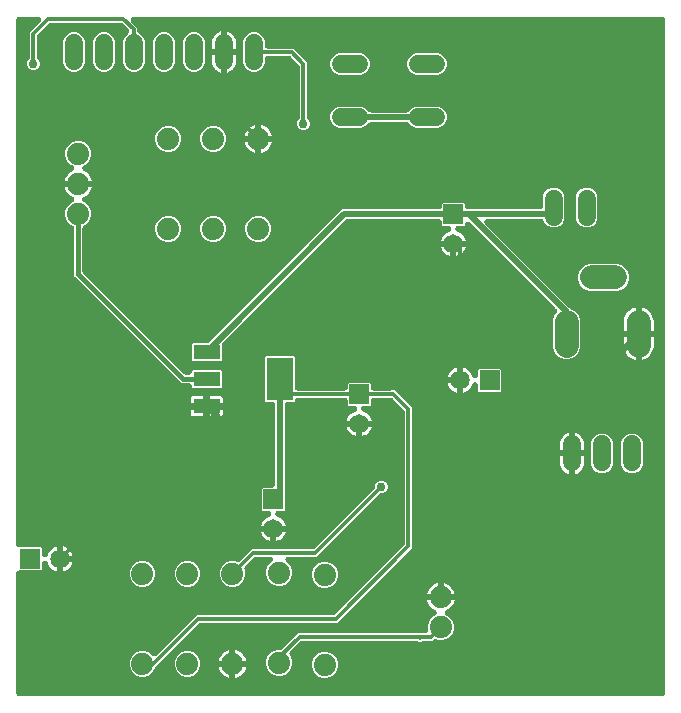
<source format=gbr>
G04 EAGLE Gerber RS-274X export*
G75*
%MOMM*%
%FSLAX34Y34*%
%LPD*%
%INBottom Copper*%
%IPPOS*%
%AMOC8*
5,1,8,0,0,1.08239X$1,22.5*%
G01*
%ADD10R,2.235000X1.219000*%
%ADD11R,2.200000X3.600000*%
%ADD12C,2.000000*%
%ADD13C,1.879600*%
%ADD14C,1.524000*%
%ADD15R,1.651000X1.651000*%
%ADD16C,1.651000*%
%ADD17C,0.304800*%
%ADD18C,0.508000*%
%ADD19C,0.756400*%
%ADD20C,0.381000*%

G36*
X558073Y10926D02*
X558073Y10926D01*
X558107Y10924D01*
X558296Y10946D01*
X558487Y10963D01*
X558520Y10972D01*
X558554Y10976D01*
X558737Y11031D01*
X558921Y11081D01*
X558952Y11096D01*
X558985Y11106D01*
X559156Y11193D01*
X559328Y11275D01*
X559356Y11295D01*
X559387Y11310D01*
X559539Y11426D01*
X559694Y11537D01*
X559718Y11562D01*
X559745Y11582D01*
X559874Y11722D01*
X560008Y11859D01*
X560027Y11888D01*
X560051Y11914D01*
X560153Y12075D01*
X560260Y12232D01*
X560274Y12264D01*
X560292Y12293D01*
X560365Y12470D01*
X560442Y12644D01*
X560450Y12678D01*
X560463Y12710D01*
X560503Y12897D01*
X560549Y13082D01*
X560551Y13116D01*
X560558Y13150D01*
X560577Y13462D01*
X560577Y583438D01*
X560574Y583473D01*
X560576Y583507D01*
X560554Y583696D01*
X560537Y583887D01*
X560528Y583920D01*
X560524Y583954D01*
X560469Y584137D01*
X560419Y584321D01*
X560404Y584352D01*
X560394Y584385D01*
X560307Y584556D01*
X560225Y584728D01*
X560205Y584756D01*
X560190Y584787D01*
X560074Y584939D01*
X559963Y585094D01*
X559938Y585118D01*
X559918Y585145D01*
X559778Y585274D01*
X559641Y585408D01*
X559612Y585427D01*
X559586Y585451D01*
X559425Y585553D01*
X559268Y585660D01*
X559236Y585674D01*
X559207Y585692D01*
X559030Y585765D01*
X558856Y585842D01*
X558822Y585850D01*
X558790Y585863D01*
X558603Y585903D01*
X558418Y585949D01*
X558384Y585951D01*
X558350Y585958D01*
X558038Y585977D01*
X110265Y585977D01*
X110135Y585966D01*
X110005Y585964D01*
X109911Y585946D01*
X109816Y585937D01*
X109691Y585903D01*
X109563Y585878D01*
X109474Y585844D01*
X109382Y585819D01*
X109265Y585763D01*
X109143Y585716D01*
X109061Y585666D01*
X108975Y585625D01*
X108869Y585550D01*
X108758Y585482D01*
X108687Y585419D01*
X108609Y585363D01*
X108518Y585270D01*
X108421Y585184D01*
X108362Y585109D01*
X108295Y585041D01*
X108222Y584933D01*
X108141Y584831D01*
X108096Y584747D01*
X108043Y584668D01*
X107990Y584549D01*
X107929Y584434D01*
X107899Y584343D01*
X107861Y584256D01*
X107830Y584129D01*
X107790Y584006D01*
X107777Y583911D01*
X107754Y583818D01*
X107746Y583689D01*
X107728Y583560D01*
X107732Y583464D01*
X107726Y583369D01*
X107741Y583240D01*
X107747Y583110D01*
X107767Y583017D01*
X107778Y582922D01*
X107816Y582797D01*
X107844Y582670D01*
X107881Y582582D01*
X107909Y582491D01*
X107968Y582375D01*
X108018Y582255D01*
X108070Y582175D01*
X108113Y582089D01*
X108192Y581986D01*
X108262Y581877D01*
X108348Y581779D01*
X108385Y581731D01*
X108418Y581700D01*
X108469Y581642D01*
X111019Y579093D01*
X111019Y579092D01*
X113549Y576563D01*
X113549Y574052D01*
X113568Y573841D01*
X113584Y573629D01*
X113587Y573617D01*
X113589Y573604D01*
X113645Y573399D01*
X113698Y573194D01*
X113704Y573182D01*
X113707Y573169D01*
X113798Y572979D01*
X113887Y572785D01*
X113895Y572774D01*
X113901Y572763D01*
X114024Y572590D01*
X114146Y572416D01*
X114155Y572407D01*
X114163Y572396D01*
X114315Y572248D01*
X114465Y572099D01*
X114476Y572092D01*
X114485Y572082D01*
X114662Y571963D01*
X114835Y571843D01*
X114850Y571836D01*
X114858Y571830D01*
X114895Y571814D01*
X115116Y571706D01*
X115680Y571473D01*
X118253Y568900D01*
X119645Y565539D01*
X119645Y546661D01*
X118253Y543300D01*
X115680Y540727D01*
X112319Y539335D01*
X108681Y539335D01*
X105320Y540727D01*
X102747Y543300D01*
X101355Y546661D01*
X101355Y565539D01*
X102747Y568900D01*
X105355Y571507D01*
X105402Y571536D01*
X105528Y571602D01*
X105594Y571653D01*
X105664Y571695D01*
X105771Y571790D01*
X105884Y571878D01*
X105940Y571939D01*
X106002Y571994D01*
X106090Y572106D01*
X106186Y572212D01*
X106230Y572282D01*
X106281Y572347D01*
X106348Y572473D01*
X106424Y572594D01*
X106455Y572671D01*
X106494Y572744D01*
X106538Y572880D01*
X106591Y573013D01*
X106607Y573093D01*
X106633Y573172D01*
X106652Y573314D01*
X106681Y573454D01*
X106683Y573536D01*
X106694Y573618D01*
X106688Y573761D01*
X106692Y573904D01*
X106679Y573985D01*
X106676Y574068D01*
X106645Y574207D01*
X106623Y574349D01*
X106596Y574427D01*
X106578Y574507D01*
X106523Y574639D01*
X106477Y574775D01*
X106436Y574847D01*
X106405Y574923D01*
X106327Y575043D01*
X106257Y575168D01*
X106205Y575232D01*
X106160Y575301D01*
X105997Y575485D01*
X105972Y575516D01*
X105964Y575523D01*
X105953Y575535D01*
X101081Y580408D01*
X100955Y580513D01*
X100834Y580625D01*
X100782Y580657D01*
X100736Y580696D01*
X100593Y580778D01*
X100454Y580866D01*
X100397Y580890D01*
X100345Y580920D01*
X100190Y580975D01*
X100037Y581037D01*
X99978Y581050D01*
X99920Y581071D01*
X99758Y581097D01*
X99597Y581132D01*
X99520Y581137D01*
X99476Y581144D01*
X99415Y581143D01*
X99285Y581151D01*
X40415Y581151D01*
X40251Y581137D01*
X40087Y581130D01*
X40027Y581117D01*
X39966Y581111D01*
X39807Y581068D01*
X39647Y581032D01*
X39591Y581009D01*
X39532Y580993D01*
X39384Y580922D01*
X39231Y580859D01*
X39180Y580826D01*
X39125Y580799D01*
X38992Y580704D01*
X38853Y580614D01*
X38795Y580563D01*
X38759Y580537D01*
X38717Y580494D01*
X38619Y580408D01*
X29192Y570981D01*
X29087Y570855D01*
X28975Y570734D01*
X28943Y570682D01*
X28904Y570636D01*
X28822Y570493D01*
X28734Y570354D01*
X28710Y570297D01*
X28680Y570245D01*
X28625Y570090D01*
X28563Y569937D01*
X28550Y569878D01*
X28529Y569820D01*
X28502Y569658D01*
X28468Y569497D01*
X28463Y569420D01*
X28456Y569376D01*
X28457Y569315D01*
X28449Y569185D01*
X28449Y551608D01*
X28463Y551444D01*
X28470Y551280D01*
X28483Y551220D01*
X28489Y551159D01*
X28532Y551001D01*
X28568Y550840D01*
X28591Y550784D01*
X28607Y550725D01*
X28678Y550577D01*
X28741Y550425D01*
X28774Y550373D01*
X28801Y550318D01*
X28896Y550185D01*
X28986Y550047D01*
X29037Y549989D01*
X29063Y549952D01*
X29106Y549910D01*
X29192Y549812D01*
X29899Y549106D01*
X30707Y547156D01*
X30707Y545044D01*
X29899Y543094D01*
X28406Y541601D01*
X26456Y540793D01*
X24344Y540793D01*
X22394Y541601D01*
X20901Y543094D01*
X20093Y545044D01*
X20093Y547156D01*
X20901Y549106D01*
X21608Y549812D01*
X21713Y549939D01*
X21825Y550059D01*
X21857Y550111D01*
X21896Y550158D01*
X21978Y550300D01*
X22066Y550439D01*
X22090Y550496D01*
X22120Y550549D01*
X22175Y550704D01*
X22237Y550856D01*
X22250Y550915D01*
X22271Y550973D01*
X22297Y551135D01*
X22332Y551296D01*
X22337Y551373D01*
X22344Y551417D01*
X22343Y551478D01*
X22351Y551608D01*
X22351Y572763D01*
X31231Y581642D01*
X31314Y581742D01*
X31405Y581835D01*
X31459Y581915D01*
X31520Y581988D01*
X31584Y582101D01*
X31657Y582208D01*
X31696Y582296D01*
X31743Y582379D01*
X31787Y582501D01*
X31839Y582620D01*
X31862Y582713D01*
X31894Y582803D01*
X31915Y582931D01*
X31946Y583058D01*
X31952Y583153D01*
X31967Y583247D01*
X31966Y583377D01*
X31974Y583507D01*
X31963Y583602D01*
X31961Y583698D01*
X31937Y583825D01*
X31922Y583954D01*
X31894Y584046D01*
X31876Y584140D01*
X31829Y584261D01*
X31791Y584385D01*
X31748Y584470D01*
X31714Y584560D01*
X31646Y584671D01*
X31587Y584787D01*
X31529Y584863D01*
X31480Y584944D01*
X31393Y585042D01*
X31315Y585145D01*
X31245Y585210D01*
X31181Y585282D01*
X31079Y585362D01*
X30984Y585451D01*
X30903Y585502D01*
X30828Y585561D01*
X30714Y585622D01*
X30604Y585692D01*
X30516Y585729D01*
X30431Y585774D01*
X30308Y585814D01*
X30188Y585863D01*
X30094Y585883D01*
X30003Y585913D01*
X29875Y585931D01*
X29747Y585958D01*
X29618Y585966D01*
X29557Y585974D01*
X29512Y585973D01*
X29435Y585977D01*
X13462Y585977D01*
X13427Y585974D01*
X13393Y585976D01*
X13204Y585954D01*
X13013Y585937D01*
X12980Y585928D01*
X12946Y585924D01*
X12763Y585869D01*
X12579Y585819D01*
X12548Y585804D01*
X12515Y585794D01*
X12344Y585707D01*
X12172Y585625D01*
X12144Y585605D01*
X12113Y585590D01*
X11961Y585474D01*
X11806Y585363D01*
X11782Y585338D01*
X11755Y585318D01*
X11626Y585178D01*
X11492Y585041D01*
X11473Y585012D01*
X11449Y584986D01*
X11347Y584825D01*
X11240Y584668D01*
X11226Y584636D01*
X11208Y584607D01*
X11135Y584430D01*
X11058Y584256D01*
X11050Y584222D01*
X11037Y584190D01*
X10997Y584003D01*
X10951Y583818D01*
X10949Y583784D01*
X10942Y583750D01*
X10923Y583438D01*
X10923Y139319D01*
X10926Y139284D01*
X10924Y139250D01*
X10946Y139060D01*
X10963Y138870D01*
X10972Y138837D01*
X10976Y138803D01*
X11031Y138620D01*
X11081Y138436D01*
X11096Y138405D01*
X11106Y138372D01*
X11193Y138201D01*
X11275Y138029D01*
X11295Y138001D01*
X11310Y137970D01*
X11426Y137818D01*
X11537Y137663D01*
X11562Y137639D01*
X11582Y137612D01*
X11722Y137483D01*
X11859Y137349D01*
X11888Y137330D01*
X11914Y137306D01*
X12075Y137204D01*
X12232Y137097D01*
X12264Y137083D01*
X12293Y137065D01*
X12470Y136992D01*
X12644Y136915D01*
X12678Y136907D01*
X12710Y136894D01*
X12897Y136854D01*
X13082Y136808D01*
X13116Y136806D01*
X13150Y136799D01*
X13462Y136780D01*
X31787Y136780D01*
X32680Y135887D01*
X32680Y131125D01*
X32684Y131073D01*
X32682Y131021D01*
X32704Y130849D01*
X32720Y130676D01*
X32733Y130626D01*
X32740Y130574D01*
X32793Y130409D01*
X32838Y130242D01*
X32861Y130195D01*
X32876Y130145D01*
X32957Y129992D01*
X33032Y129835D01*
X33062Y129793D01*
X33086Y129747D01*
X33193Y129610D01*
X33294Y129469D01*
X33331Y129433D01*
X33363Y129392D01*
X33492Y129276D01*
X33616Y129155D01*
X33660Y129126D01*
X33698Y129091D01*
X33846Y129000D01*
X33989Y128903D01*
X34037Y128882D01*
X34081Y128855D01*
X34243Y128791D01*
X34401Y128721D01*
X34452Y128708D01*
X34500Y128689D01*
X34670Y128655D01*
X34839Y128614D01*
X34891Y128611D01*
X34942Y128601D01*
X35115Y128597D01*
X35288Y128586D01*
X35340Y128592D01*
X35392Y128591D01*
X35563Y128618D01*
X35735Y128639D01*
X35785Y128654D01*
X35837Y128662D01*
X36000Y128719D01*
X36166Y128769D01*
X36213Y128792D01*
X36262Y128810D01*
X36413Y128895D01*
X36568Y128973D01*
X36609Y129005D01*
X36655Y129030D01*
X36788Y129141D01*
X36926Y129245D01*
X36962Y129283D01*
X37002Y129317D01*
X37114Y129449D01*
X37231Y129576D01*
X37260Y129620D01*
X37293Y129660D01*
X37380Y129810D01*
X37473Y129956D01*
X37493Y130004D01*
X37519Y130049D01*
X37634Y130340D01*
X37895Y131144D01*
X38667Y132658D01*
X39665Y134033D01*
X40867Y135235D01*
X42242Y136233D01*
X43756Y137005D01*
X45361Y137526D01*
X45361Y127000D01*
X45361Y116474D01*
X43756Y116995D01*
X42242Y117767D01*
X40867Y118765D01*
X39665Y119967D01*
X38667Y121342D01*
X37895Y122856D01*
X37634Y123660D01*
X37614Y123708D01*
X37600Y123758D01*
X37526Y123914D01*
X37457Y124074D01*
X37429Y124118D01*
X37406Y124165D01*
X37306Y124306D01*
X37210Y124451D01*
X37175Y124488D01*
X37144Y124531D01*
X37020Y124652D01*
X36901Y124778D01*
X36859Y124809D01*
X36822Y124845D01*
X36678Y124942D01*
X36538Y125045D01*
X36492Y125068D01*
X36449Y125097D01*
X36290Y125167D01*
X36135Y125244D01*
X36085Y125258D01*
X36037Y125279D01*
X35869Y125320D01*
X35702Y125368D01*
X35650Y125374D01*
X35599Y125386D01*
X35426Y125397D01*
X35254Y125414D01*
X35202Y125410D01*
X35150Y125414D01*
X34977Y125393D01*
X34805Y125381D01*
X34755Y125368D01*
X34703Y125361D01*
X34537Y125311D01*
X34369Y125268D01*
X34322Y125246D01*
X34272Y125231D01*
X34117Y125152D01*
X33960Y125080D01*
X33917Y125050D01*
X33870Y125027D01*
X33733Y124922D01*
X33590Y124823D01*
X33553Y124786D01*
X33512Y124755D01*
X33394Y124628D01*
X33272Y124505D01*
X33242Y124462D01*
X33206Y124424D01*
X33113Y124277D01*
X33014Y124135D01*
X32993Y124088D01*
X32965Y124044D01*
X32899Y123883D01*
X32827Y123726D01*
X32813Y123676D01*
X32794Y123627D01*
X32757Y123458D01*
X32714Y123290D01*
X32710Y123238D01*
X32699Y123187D01*
X32680Y122875D01*
X32680Y118113D01*
X31787Y117220D01*
X13462Y117220D01*
X13427Y117217D01*
X13393Y117219D01*
X13204Y117197D01*
X13013Y117180D01*
X12980Y117171D01*
X12946Y117167D01*
X12763Y117112D01*
X12579Y117062D01*
X12548Y117047D01*
X12515Y117037D01*
X12344Y116950D01*
X12172Y116868D01*
X12144Y116848D01*
X12113Y116833D01*
X11961Y116717D01*
X11806Y116606D01*
X11782Y116581D01*
X11755Y116561D01*
X11626Y116421D01*
X11492Y116284D01*
X11473Y116255D01*
X11449Y116229D01*
X11347Y116068D01*
X11240Y115911D01*
X11226Y115879D01*
X11208Y115850D01*
X11135Y115673D01*
X11058Y115499D01*
X11050Y115465D01*
X11037Y115433D01*
X10997Y115246D01*
X10951Y115061D01*
X10949Y115027D01*
X10942Y114993D01*
X10923Y114681D01*
X10923Y13462D01*
X10926Y13427D01*
X10924Y13393D01*
X10946Y13204D01*
X10963Y13013D01*
X10972Y12980D01*
X10976Y12946D01*
X11031Y12763D01*
X11081Y12579D01*
X11096Y12548D01*
X11106Y12515D01*
X11193Y12344D01*
X11275Y12172D01*
X11295Y12144D01*
X11310Y12113D01*
X11426Y11961D01*
X11537Y11806D01*
X11562Y11782D01*
X11582Y11755D01*
X11722Y11626D01*
X11859Y11492D01*
X11888Y11473D01*
X11914Y11449D01*
X12075Y11347D01*
X12232Y11240D01*
X12264Y11226D01*
X12293Y11208D01*
X12470Y11135D01*
X12644Y11058D01*
X12678Y11050D01*
X12710Y11037D01*
X12897Y10997D01*
X13082Y10951D01*
X13116Y10949D01*
X13150Y10942D01*
X13462Y10923D01*
X558038Y10923D01*
X558073Y10926D01*
G37*
%LPC*%
G36*
X115627Y27177D02*
X115627Y27177D01*
X111613Y28840D01*
X108540Y31913D01*
X106877Y35927D01*
X106877Y40273D01*
X108540Y44287D01*
X111613Y47360D01*
X115627Y49023D01*
X119973Y49023D01*
X123987Y47360D01*
X126172Y45175D01*
X126199Y45152D01*
X126222Y45127D01*
X126371Y45009D01*
X126518Y44886D01*
X126548Y44869D01*
X126575Y44847D01*
X126743Y44757D01*
X126909Y44663D01*
X126941Y44651D01*
X126972Y44635D01*
X127153Y44576D01*
X127333Y44512D01*
X127367Y44506D01*
X127400Y44495D01*
X127588Y44469D01*
X127777Y44438D01*
X127812Y44439D01*
X127846Y44434D01*
X128036Y44442D01*
X128227Y44444D01*
X128261Y44451D01*
X128296Y44452D01*
X128482Y44494D01*
X128669Y44530D01*
X128702Y44542D01*
X128735Y44550D01*
X128911Y44623D01*
X129089Y44692D01*
X129119Y44710D01*
X129151Y44724D01*
X129311Y44827D01*
X129474Y44926D01*
X129500Y44949D01*
X129529Y44968D01*
X129763Y45175D01*
X161308Y76719D01*
X163837Y79249D01*
X278958Y79249D01*
X279122Y79263D01*
X279286Y79270D01*
X279346Y79283D01*
X279407Y79289D01*
X279566Y79332D01*
X279726Y79368D01*
X279782Y79391D01*
X279841Y79407D01*
X279989Y79478D01*
X280141Y79541D01*
X280193Y79574D01*
X280248Y79601D01*
X280381Y79696D01*
X280520Y79786D01*
X280577Y79837D01*
X280614Y79863D01*
X280656Y79906D01*
X280754Y79992D01*
X339108Y138346D01*
X339213Y138472D01*
X339325Y138593D01*
X339357Y138645D01*
X339396Y138692D01*
X339478Y138834D01*
X339566Y138973D01*
X339590Y139030D01*
X339620Y139082D01*
X339675Y139237D01*
X339737Y139390D01*
X339750Y139449D01*
X339771Y139507D01*
X339797Y139669D01*
X339832Y139830D01*
X339837Y139907D01*
X339844Y139951D01*
X339843Y140012D01*
X339851Y140142D01*
X339851Y251685D01*
X339837Y251849D01*
X339830Y252013D01*
X339817Y252073D01*
X339811Y252134D01*
X339768Y252293D01*
X339732Y252453D01*
X339709Y252509D01*
X339693Y252568D01*
X339622Y252716D01*
X339559Y252869D01*
X339526Y252920D01*
X339499Y252975D01*
X339404Y253108D01*
X339314Y253247D01*
X339263Y253305D01*
X339237Y253341D01*
X339194Y253383D01*
X339108Y253481D01*
X329881Y262708D01*
X329755Y262813D01*
X329634Y262925D01*
X329582Y262957D01*
X329536Y262996D01*
X329393Y263078D01*
X329254Y263166D01*
X329197Y263190D01*
X329145Y263220D01*
X328990Y263275D01*
X328837Y263337D01*
X328778Y263350D01*
X328720Y263371D01*
X328558Y263397D01*
X328397Y263432D01*
X328320Y263437D01*
X328276Y263444D01*
X328215Y263443D01*
X328085Y263451D01*
X313619Y263451D01*
X313584Y263448D01*
X313550Y263450D01*
X313361Y263428D01*
X313170Y263411D01*
X313137Y263402D01*
X313103Y263398D01*
X312920Y263343D01*
X312736Y263293D01*
X312705Y263278D01*
X312672Y263268D01*
X312501Y263181D01*
X312329Y263099D01*
X312301Y263079D01*
X312270Y263064D01*
X312118Y262948D01*
X311963Y262837D01*
X311939Y262812D01*
X311912Y262792D01*
X311783Y262652D01*
X311649Y262515D01*
X311630Y262486D01*
X311606Y262460D01*
X311504Y262299D01*
X311397Y262142D01*
X311383Y262110D01*
X311365Y262081D01*
X311292Y261904D01*
X311215Y261730D01*
X311207Y261696D01*
X311194Y261664D01*
X311154Y261477D01*
X311108Y261292D01*
X311106Y261258D01*
X311099Y261224D01*
X311080Y260912D01*
X311080Y257613D01*
X310187Y256720D01*
X305425Y256720D01*
X305373Y256716D01*
X305321Y256718D01*
X305149Y256696D01*
X304976Y256680D01*
X304926Y256667D01*
X304874Y256660D01*
X304709Y256607D01*
X304542Y256562D01*
X304495Y256539D01*
X304445Y256524D01*
X304292Y256443D01*
X304135Y256368D01*
X304093Y256338D01*
X304047Y256314D01*
X303910Y256207D01*
X303769Y256106D01*
X303733Y256069D01*
X303692Y256037D01*
X303576Y255908D01*
X303455Y255784D01*
X303426Y255740D01*
X303391Y255702D01*
X303300Y255554D01*
X303203Y255411D01*
X303182Y255363D01*
X303154Y255319D01*
X303091Y255157D01*
X303021Y254999D01*
X303008Y254948D01*
X302989Y254900D01*
X302955Y254730D01*
X302914Y254561D01*
X302911Y254509D01*
X302901Y254458D01*
X302897Y254285D01*
X302886Y254112D01*
X302892Y254060D01*
X302891Y254008D01*
X302918Y253837D01*
X302938Y253665D01*
X302954Y253615D01*
X302962Y253563D01*
X303019Y253400D01*
X303069Y253234D01*
X303092Y253187D01*
X303110Y253138D01*
X303195Y252987D01*
X303273Y252832D01*
X303305Y252791D01*
X303330Y252745D01*
X303440Y252612D01*
X303545Y252474D01*
X303584Y252438D01*
X303617Y252398D01*
X303749Y252286D01*
X303876Y252169D01*
X303920Y252140D01*
X303960Y252107D01*
X304110Y252020D01*
X304256Y251927D01*
X304304Y251907D01*
X304349Y251881D01*
X304640Y251766D01*
X305444Y251505D01*
X306958Y250733D01*
X308333Y249735D01*
X309535Y248533D01*
X310533Y247158D01*
X311305Y245644D01*
X311826Y244039D01*
X301300Y244039D01*
X290774Y244039D01*
X291295Y245644D01*
X292067Y247158D01*
X293065Y248533D01*
X294267Y249735D01*
X295642Y250733D01*
X297156Y251505D01*
X297960Y251766D01*
X298008Y251787D01*
X298058Y251800D01*
X298214Y251874D01*
X298374Y251943D01*
X298418Y251971D01*
X298465Y251994D01*
X298605Y252094D01*
X298751Y252190D01*
X298788Y252225D01*
X298831Y252256D01*
X298952Y252380D01*
X299078Y252499D01*
X299109Y252541D01*
X299145Y252578D01*
X299242Y252722D01*
X299345Y252862D01*
X299368Y252908D01*
X299397Y252951D01*
X299467Y253110D01*
X299544Y253265D01*
X299558Y253315D01*
X299579Y253363D01*
X299620Y253532D01*
X299668Y253698D01*
X299674Y253750D01*
X299686Y253801D01*
X299697Y253974D01*
X299714Y254146D01*
X299710Y254198D01*
X299714Y254250D01*
X299694Y254423D01*
X299681Y254595D01*
X299668Y254645D01*
X299662Y254697D01*
X299611Y254864D01*
X299568Y255031D01*
X299546Y255078D01*
X299531Y255128D01*
X299453Y255283D01*
X299380Y255440D01*
X299350Y255483D01*
X299327Y255530D01*
X299222Y255668D01*
X299123Y255810D01*
X299086Y255847D01*
X299055Y255888D01*
X298927Y256006D01*
X298805Y256128D01*
X298762Y256158D01*
X298724Y256194D01*
X298577Y256287D01*
X298435Y256386D01*
X298388Y256407D01*
X298344Y256435D01*
X298184Y256501D01*
X298026Y256573D01*
X297976Y256587D01*
X297927Y256606D01*
X297758Y256643D01*
X297590Y256686D01*
X297538Y256690D01*
X297487Y256701D01*
X297175Y256720D01*
X292413Y256720D01*
X291520Y257613D01*
X291520Y260912D01*
X291517Y260947D01*
X291519Y260981D01*
X291497Y261170D01*
X291480Y261361D01*
X291471Y261394D01*
X291467Y261428D01*
X291412Y261611D01*
X291362Y261795D01*
X291347Y261826D01*
X291337Y261859D01*
X291250Y262030D01*
X291168Y262202D01*
X291148Y262230D01*
X291133Y262261D01*
X291017Y262413D01*
X290906Y262568D01*
X290881Y262592D01*
X290861Y262619D01*
X290721Y262748D01*
X290584Y262882D01*
X290555Y262901D01*
X290529Y262925D01*
X290368Y263027D01*
X290211Y263134D01*
X290179Y263148D01*
X290150Y263166D01*
X289973Y263239D01*
X289799Y263316D01*
X289765Y263324D01*
X289733Y263337D01*
X289546Y263377D01*
X289361Y263423D01*
X289327Y263425D01*
X289293Y263432D01*
X288981Y263451D01*
X249254Y263451D01*
X249219Y263448D01*
X249185Y263450D01*
X248996Y263428D01*
X248805Y263411D01*
X248772Y263402D01*
X248738Y263398D01*
X248555Y263343D01*
X248371Y263293D01*
X248340Y263278D01*
X248307Y263268D01*
X248136Y263181D01*
X247964Y263099D01*
X247936Y263079D01*
X247905Y263064D01*
X247753Y262948D01*
X247598Y262837D01*
X247574Y262812D01*
X247547Y262792D01*
X247418Y262652D01*
X247284Y262515D01*
X247265Y262486D01*
X247241Y262460D01*
X247139Y262299D01*
X247032Y262142D01*
X247018Y262110D01*
X247000Y262081D01*
X246927Y261904D01*
X246850Y261730D01*
X246842Y261696D01*
X246829Y261664D01*
X246789Y261477D01*
X246743Y261292D01*
X246741Y261258D01*
X246734Y261224D01*
X246715Y260912D01*
X246715Y260768D01*
X245822Y259875D01*
X240794Y259875D01*
X240759Y259872D01*
X240725Y259874D01*
X240536Y259852D01*
X240345Y259835D01*
X240312Y259826D01*
X240278Y259822D01*
X240095Y259767D01*
X239911Y259717D01*
X239880Y259702D01*
X239847Y259692D01*
X239676Y259605D01*
X239504Y259523D01*
X239476Y259503D01*
X239445Y259488D01*
X239293Y259372D01*
X239138Y259261D01*
X239114Y259236D01*
X239087Y259216D01*
X238958Y259076D01*
X238824Y258939D01*
X238805Y258910D01*
X238781Y258884D01*
X238679Y258723D01*
X238572Y258566D01*
X238558Y258534D01*
X238540Y258505D01*
X238467Y258328D01*
X238390Y258154D01*
X238382Y258120D01*
X238369Y258088D01*
X238329Y257901D01*
X238283Y257716D01*
X238281Y257682D01*
X238274Y257648D01*
X238255Y257336D01*
X238255Y187663D01*
X238269Y187500D01*
X238276Y187335D01*
X238289Y187276D01*
X238295Y187215D01*
X238338Y187056D01*
X238374Y186896D01*
X238380Y186881D01*
X238380Y168713D01*
X237487Y167820D01*
X232725Y167820D01*
X232673Y167816D01*
X232621Y167818D01*
X232449Y167796D01*
X232276Y167780D01*
X232226Y167767D01*
X232174Y167760D01*
X232009Y167707D01*
X231842Y167662D01*
X231795Y167639D01*
X231745Y167624D01*
X231592Y167543D01*
X231435Y167468D01*
X231393Y167438D01*
X231347Y167414D01*
X231210Y167307D01*
X231069Y167206D01*
X231033Y167169D01*
X230992Y167137D01*
X230876Y167008D01*
X230755Y166884D01*
X230726Y166840D01*
X230691Y166802D01*
X230600Y166654D01*
X230503Y166511D01*
X230482Y166463D01*
X230454Y166419D01*
X230391Y166257D01*
X230321Y166099D01*
X230308Y166048D01*
X230289Y166000D01*
X230255Y165830D01*
X230214Y165661D01*
X230211Y165609D01*
X230201Y165558D01*
X230197Y165385D01*
X230186Y165212D01*
X230192Y165160D01*
X230191Y165108D01*
X230218Y164937D01*
X230238Y164765D01*
X230254Y164715D01*
X230262Y164663D01*
X230319Y164500D01*
X230369Y164334D01*
X230392Y164287D01*
X230410Y164238D01*
X230495Y164087D01*
X230573Y163932D01*
X230605Y163891D01*
X230630Y163845D01*
X230740Y163712D01*
X230845Y163574D01*
X230884Y163538D01*
X230917Y163498D01*
X231049Y163386D01*
X231176Y163269D01*
X231220Y163240D01*
X231260Y163207D01*
X231410Y163120D01*
X231556Y163027D01*
X231604Y163007D01*
X231649Y162981D01*
X231940Y162866D01*
X232744Y162605D01*
X234258Y161833D01*
X235633Y160835D01*
X236835Y159633D01*
X237833Y158258D01*
X238605Y156744D01*
X239126Y155139D01*
X228600Y155139D01*
X218074Y155139D01*
X218595Y156744D01*
X219367Y158258D01*
X220365Y159633D01*
X221567Y160835D01*
X222942Y161833D01*
X224456Y162605D01*
X225260Y162866D01*
X225308Y162887D01*
X225358Y162900D01*
X225514Y162974D01*
X225674Y163043D01*
X225718Y163071D01*
X225765Y163094D01*
X225905Y163194D01*
X226051Y163290D01*
X226088Y163325D01*
X226131Y163356D01*
X226252Y163480D01*
X226378Y163599D01*
X226409Y163641D01*
X226445Y163678D01*
X226542Y163822D01*
X226645Y163962D01*
X226668Y164008D01*
X226697Y164051D01*
X226767Y164210D01*
X226844Y164365D01*
X226858Y164415D01*
X226879Y164463D01*
X226920Y164632D01*
X226968Y164798D01*
X226974Y164850D01*
X226986Y164901D01*
X226997Y165074D01*
X227014Y165246D01*
X227010Y165298D01*
X227014Y165350D01*
X226994Y165523D01*
X226981Y165695D01*
X226968Y165745D01*
X226962Y165797D01*
X226911Y165964D01*
X226868Y166131D01*
X226846Y166178D01*
X226831Y166228D01*
X226753Y166383D01*
X226680Y166540D01*
X226650Y166583D01*
X226627Y166630D01*
X226522Y166768D01*
X226423Y166910D01*
X226386Y166947D01*
X226355Y166988D01*
X226227Y167106D01*
X226105Y167228D01*
X226062Y167258D01*
X226024Y167294D01*
X225877Y167387D01*
X225735Y167486D01*
X225688Y167507D01*
X225644Y167535D01*
X225484Y167601D01*
X225326Y167673D01*
X225276Y167687D01*
X225227Y167706D01*
X225058Y167743D01*
X224890Y167786D01*
X224838Y167790D01*
X224787Y167801D01*
X224475Y167820D01*
X219713Y167820D01*
X218820Y168713D01*
X218820Y186487D01*
X219713Y187380D01*
X227586Y187380D01*
X227621Y187383D01*
X227655Y187381D01*
X227844Y187403D01*
X228035Y187420D01*
X228068Y187429D01*
X228102Y187433D01*
X228285Y187488D01*
X228469Y187538D01*
X228500Y187553D01*
X228533Y187563D01*
X228704Y187650D01*
X228876Y187732D01*
X228904Y187752D01*
X228935Y187767D01*
X229087Y187883D01*
X229242Y187994D01*
X229266Y188019D01*
X229293Y188039D01*
X229422Y188179D01*
X229556Y188316D01*
X229575Y188345D01*
X229599Y188371D01*
X229701Y188532D01*
X229808Y188689D01*
X229822Y188721D01*
X229840Y188750D01*
X229913Y188927D01*
X229990Y189101D01*
X229998Y189135D01*
X230011Y189167D01*
X230051Y189354D01*
X230097Y189539D01*
X230099Y189573D01*
X230106Y189607D01*
X230125Y189919D01*
X230125Y257336D01*
X230122Y257371D01*
X230124Y257405D01*
X230102Y257594D01*
X230085Y257785D01*
X230076Y257818D01*
X230072Y257852D01*
X230017Y258035D01*
X229967Y258219D01*
X229952Y258250D01*
X229942Y258283D01*
X229855Y258454D01*
X229773Y258626D01*
X229753Y258654D01*
X229738Y258685D01*
X229622Y258837D01*
X229511Y258992D01*
X229486Y259016D01*
X229466Y259043D01*
X229326Y259172D01*
X229189Y259306D01*
X229160Y259325D01*
X229134Y259349D01*
X228973Y259451D01*
X228816Y259558D01*
X228784Y259572D01*
X228755Y259590D01*
X228578Y259663D01*
X228404Y259740D01*
X228370Y259748D01*
X228338Y259761D01*
X228151Y259801D01*
X227966Y259847D01*
X227932Y259849D01*
X227898Y259856D01*
X227586Y259875D01*
X222558Y259875D01*
X221665Y260768D01*
X221665Y298032D01*
X222558Y298925D01*
X245822Y298925D01*
X246715Y298032D01*
X246715Y272088D01*
X246718Y272053D01*
X246716Y272019D01*
X246738Y271830D01*
X246755Y271639D01*
X246764Y271606D01*
X246768Y271572D01*
X246823Y271389D01*
X246873Y271205D01*
X246888Y271174D01*
X246898Y271141D01*
X246985Y270970D01*
X247067Y270798D01*
X247087Y270770D01*
X247102Y270739D01*
X247218Y270587D01*
X247329Y270432D01*
X247354Y270408D01*
X247374Y270381D01*
X247514Y270252D01*
X247651Y270118D01*
X247680Y270099D01*
X247706Y270075D01*
X247867Y269973D01*
X248024Y269866D01*
X248056Y269852D01*
X248085Y269834D01*
X248262Y269761D01*
X248436Y269684D01*
X248470Y269676D01*
X248502Y269663D01*
X248689Y269623D01*
X248874Y269577D01*
X248908Y269575D01*
X248942Y269568D01*
X249254Y269549D01*
X288981Y269549D01*
X289016Y269552D01*
X289050Y269550D01*
X289239Y269572D01*
X289430Y269589D01*
X289463Y269598D01*
X289497Y269602D01*
X289680Y269657D01*
X289864Y269707D01*
X289895Y269722D01*
X289928Y269732D01*
X290099Y269819D01*
X290271Y269901D01*
X290299Y269921D01*
X290330Y269936D01*
X290482Y270052D01*
X290637Y270163D01*
X290661Y270188D01*
X290688Y270208D01*
X290817Y270348D01*
X290951Y270485D01*
X290970Y270514D01*
X290994Y270540D01*
X291096Y270701D01*
X291203Y270858D01*
X291217Y270890D01*
X291235Y270919D01*
X291308Y271096D01*
X291385Y271270D01*
X291393Y271304D01*
X291406Y271336D01*
X291446Y271523D01*
X291492Y271708D01*
X291494Y271742D01*
X291501Y271776D01*
X291520Y272088D01*
X291520Y275387D01*
X292413Y276280D01*
X310187Y276280D01*
X311080Y275387D01*
X311080Y272088D01*
X311083Y272053D01*
X311081Y272019D01*
X311103Y271830D01*
X311120Y271639D01*
X311129Y271606D01*
X311133Y271572D01*
X311188Y271389D01*
X311238Y271205D01*
X311253Y271174D01*
X311263Y271141D01*
X311350Y270970D01*
X311432Y270798D01*
X311452Y270770D01*
X311467Y270739D01*
X311583Y270587D01*
X311694Y270432D01*
X311719Y270408D01*
X311739Y270381D01*
X311879Y270252D01*
X312016Y270118D01*
X312045Y270099D01*
X312071Y270075D01*
X312232Y269973D01*
X312389Y269866D01*
X312421Y269852D01*
X312450Y269834D01*
X312627Y269761D01*
X312801Y269684D01*
X312835Y269676D01*
X312867Y269663D01*
X313054Y269623D01*
X313239Y269577D01*
X313273Y269575D01*
X313307Y269568D01*
X313619Y269549D01*
X327685Y269549D01*
X327849Y269563D01*
X328013Y269570D01*
X328073Y269583D01*
X328134Y269589D01*
X328293Y269632D01*
X328453Y269668D01*
X328509Y269691D01*
X328568Y269707D01*
X328656Y269749D01*
X331463Y269749D01*
X345949Y255263D01*
X345949Y136564D01*
X282536Y73151D01*
X167415Y73151D01*
X167251Y73137D01*
X167087Y73130D01*
X167027Y73117D01*
X166966Y73111D01*
X166807Y73068D01*
X166647Y73032D01*
X166591Y73009D01*
X166532Y72993D01*
X166384Y72922D01*
X166231Y72859D01*
X166180Y72826D01*
X166125Y72799D01*
X165992Y72704D01*
X165853Y72614D01*
X165795Y72563D01*
X165759Y72537D01*
X165717Y72494D01*
X165619Y72408D01*
X130792Y37581D01*
X128786Y35574D01*
X128711Y35484D01*
X128628Y35401D01*
X128617Y35386D01*
X128610Y35379D01*
X128561Y35306D01*
X128497Y35229D01*
X128439Y35127D01*
X128372Y35031D01*
X128364Y35013D01*
X128358Y35006D01*
X128344Y34973D01*
X128305Y34892D01*
X128273Y34838D01*
X128261Y34804D01*
X128235Y34750D01*
X127060Y31913D01*
X123987Y28840D01*
X119973Y27177D01*
X115627Y27177D01*
G37*
%LPD*%
%LPC*%
G36*
X160403Y294890D02*
X160403Y294890D01*
X159510Y295783D01*
X159510Y309237D01*
X160403Y310130D01*
X173030Y310130D01*
X173193Y310144D01*
X173358Y310151D01*
X173417Y310164D01*
X173478Y310170D01*
X173637Y310213D01*
X173797Y310249D01*
X173854Y310272D01*
X173912Y310288D01*
X174061Y310359D01*
X174213Y310422D01*
X174264Y310455D01*
X174319Y310482D01*
X174453Y310577D01*
X174591Y310667D01*
X174649Y310718D01*
X174685Y310744D01*
X174728Y310787D01*
X174825Y310873D01*
X286298Y422346D01*
X287791Y422965D01*
X353804Y422965D01*
X353920Y422975D01*
X354037Y422975D01*
X354144Y422995D01*
X354252Y423005D01*
X354365Y423035D01*
X354480Y423056D01*
X354626Y423107D01*
X354686Y423123D01*
X354719Y423139D01*
X354775Y423158D01*
X354791Y423165D01*
X356409Y423165D01*
X356425Y423158D01*
X356536Y423123D01*
X356644Y423079D01*
X356751Y423056D01*
X356854Y423023D01*
X356970Y423009D01*
X357085Y422984D01*
X357238Y422974D01*
X357301Y422967D01*
X357337Y422968D01*
X357396Y422965D01*
X368681Y422965D01*
X368716Y422968D01*
X368750Y422966D01*
X368939Y422988D01*
X369130Y423005D01*
X369163Y423014D01*
X369197Y423018D01*
X369380Y423073D01*
X369564Y423123D01*
X369595Y423138D01*
X369628Y423148D01*
X369799Y423235D01*
X369971Y423317D01*
X369999Y423337D01*
X370030Y423352D01*
X370182Y423468D01*
X370337Y423579D01*
X370361Y423604D01*
X370388Y423624D01*
X370517Y423764D01*
X370651Y423901D01*
X370670Y423930D01*
X370694Y423956D01*
X370796Y424117D01*
X370903Y424274D01*
X370917Y424306D01*
X370935Y424335D01*
X371008Y424512D01*
X371085Y424686D01*
X371093Y424720D01*
X371106Y424752D01*
X371146Y424939D01*
X371192Y425124D01*
X371194Y425158D01*
X371201Y425192D01*
X371220Y425504D01*
X371220Y427787D01*
X372113Y428680D01*
X389887Y428680D01*
X390780Y427787D01*
X390780Y425504D01*
X390783Y425469D01*
X390781Y425435D01*
X390803Y425246D01*
X390820Y425055D01*
X390829Y425022D01*
X390833Y424988D01*
X390888Y424805D01*
X390938Y424621D01*
X390953Y424590D01*
X390963Y424557D01*
X391050Y424386D01*
X391132Y424214D01*
X391152Y424186D01*
X391167Y424155D01*
X391283Y424003D01*
X391394Y423848D01*
X391419Y423824D01*
X391439Y423797D01*
X391579Y423668D01*
X391716Y423534D01*
X391745Y423515D01*
X391771Y423491D01*
X391932Y423389D01*
X392089Y423282D01*
X392121Y423268D01*
X392150Y423250D01*
X392327Y423177D01*
X392501Y423100D01*
X392535Y423092D01*
X392567Y423079D01*
X392754Y423039D01*
X392939Y422993D01*
X392973Y422991D01*
X393007Y422984D01*
X393319Y422965D01*
X454246Y422965D01*
X454281Y422968D01*
X454315Y422966D01*
X454504Y422988D01*
X454695Y423005D01*
X454728Y423014D01*
X454762Y423018D01*
X454945Y423073D01*
X455129Y423123D01*
X455160Y423138D01*
X455193Y423148D01*
X455364Y423235D01*
X455536Y423317D01*
X455564Y423337D01*
X455595Y423352D01*
X455747Y423468D01*
X455902Y423579D01*
X455926Y423604D01*
X455953Y423624D01*
X456082Y423764D01*
X456216Y423901D01*
X456235Y423930D01*
X456259Y423956D01*
X456361Y424117D01*
X456468Y424274D01*
X456482Y424306D01*
X456500Y424335D01*
X456573Y424512D01*
X456650Y424686D01*
X456658Y424720D01*
X456671Y424752D01*
X456711Y424939D01*
X456757Y425124D01*
X456759Y425158D01*
X456766Y425192D01*
X456785Y425504D01*
X456785Y433939D01*
X458177Y437300D01*
X460750Y439873D01*
X464111Y441265D01*
X467749Y441265D01*
X471110Y439873D01*
X473683Y437300D01*
X475075Y433939D01*
X475075Y415061D01*
X473683Y411700D01*
X471110Y409127D01*
X467749Y407735D01*
X464111Y407735D01*
X460750Y409127D01*
X458177Y411700D01*
X457528Y413268D01*
X457430Y413456D01*
X457334Y413645D01*
X457326Y413655D01*
X457320Y413667D01*
X457190Y413834D01*
X457062Y414003D01*
X457052Y414012D01*
X457044Y414023D01*
X456887Y414164D01*
X456731Y414309D01*
X456719Y414316D01*
X456710Y414324D01*
X456530Y414436D01*
X456351Y414550D01*
X456338Y414555D01*
X456327Y414562D01*
X456130Y414641D01*
X455934Y414721D01*
X455921Y414724D01*
X455909Y414729D01*
X455701Y414771D01*
X455494Y414816D01*
X455478Y414817D01*
X455468Y414819D01*
X455429Y414820D01*
X455182Y414835D01*
X409843Y414835D01*
X409714Y414824D01*
X409584Y414822D01*
X409490Y414804D01*
X409395Y414795D01*
X409269Y414761D01*
X409142Y414736D01*
X409053Y414702D01*
X408961Y414677D01*
X408843Y414621D01*
X408722Y414574D01*
X408640Y414524D01*
X408554Y414483D01*
X408448Y414408D01*
X408337Y414340D01*
X408266Y414277D01*
X408188Y414221D01*
X408097Y414128D01*
X408000Y414042D01*
X407941Y413967D01*
X407874Y413899D01*
X407801Y413791D01*
X407720Y413689D01*
X407675Y413605D01*
X407622Y413526D01*
X407569Y413407D01*
X407508Y413292D01*
X407478Y413201D01*
X407439Y413114D01*
X407409Y412987D01*
X407368Y412864D01*
X407355Y412769D01*
X407333Y412676D01*
X407325Y412547D01*
X407307Y412418D01*
X407311Y412322D01*
X407305Y412227D01*
X407320Y412098D01*
X407325Y411968D01*
X407346Y411875D01*
X407357Y411780D01*
X407395Y411655D01*
X407423Y411528D01*
X407460Y411440D01*
X407487Y411349D01*
X407546Y411233D01*
X407597Y411113D01*
X407649Y411032D01*
X407692Y410947D01*
X407770Y410844D01*
X407841Y410735D01*
X407927Y410637D01*
X407964Y410589D01*
X407997Y410558D01*
X408048Y410500D01*
X478945Y339603D01*
X478946Y339603D01*
X479330Y339218D01*
X479420Y339143D01*
X479503Y339061D01*
X479546Y339031D01*
X479566Y339013D01*
X479608Y338986D01*
X479675Y338929D01*
X479777Y338871D01*
X479873Y338805D01*
X480012Y338737D01*
X480066Y338706D01*
X480100Y338694D01*
X480154Y338668D01*
X483528Y337270D01*
X486770Y334028D01*
X488525Y329792D01*
X488525Y305208D01*
X486770Y300972D01*
X483528Y297730D01*
X479292Y295975D01*
X474708Y295975D01*
X470472Y297730D01*
X467230Y300972D01*
X465475Y305208D01*
X465475Y329792D01*
X467230Y334028D01*
X468331Y335129D01*
X468353Y335156D01*
X468379Y335179D01*
X468497Y335328D01*
X468620Y335475D01*
X468637Y335505D01*
X468659Y335532D01*
X468749Y335700D01*
X468843Y335866D01*
X468855Y335898D01*
X468871Y335929D01*
X468930Y336110D01*
X468994Y336290D01*
X469000Y336324D01*
X469011Y336357D01*
X469037Y336546D01*
X469068Y336734D01*
X469067Y336769D01*
X469072Y336803D01*
X469064Y336994D01*
X469062Y337185D01*
X469055Y337219D01*
X469054Y337253D01*
X469012Y337439D01*
X468976Y337627D01*
X468963Y337659D01*
X468956Y337693D01*
X468882Y337869D01*
X468814Y338047D01*
X468796Y338076D01*
X468782Y338108D01*
X468679Y338269D01*
X468580Y338431D01*
X468557Y338457D01*
X468538Y338486D01*
X468331Y338721D01*
X395115Y411937D01*
X395015Y412021D01*
X394922Y412111D01*
X394842Y412165D01*
X394769Y412226D01*
X394656Y412291D01*
X394549Y412363D01*
X394461Y412402D01*
X394378Y412449D01*
X394256Y412493D01*
X394137Y412546D01*
X394044Y412568D01*
X393954Y412600D01*
X393825Y412621D01*
X393699Y412652D01*
X393604Y412658D01*
X393510Y412674D01*
X393379Y412672D01*
X393250Y412680D01*
X393155Y412669D01*
X393059Y412668D01*
X392932Y412643D01*
X392803Y412628D01*
X392711Y412600D01*
X392617Y412582D01*
X392496Y412535D01*
X392372Y412498D01*
X392287Y412454D01*
X392197Y412420D01*
X392086Y412352D01*
X391970Y412293D01*
X391894Y412236D01*
X391813Y412186D01*
X391715Y412100D01*
X391612Y412021D01*
X391547Y411951D01*
X391475Y411888D01*
X391395Y411786D01*
X391306Y411690D01*
X391255Y411609D01*
X391196Y411535D01*
X391135Y411420D01*
X391065Y411310D01*
X391028Y411222D01*
X390983Y411138D01*
X390943Y411014D01*
X390894Y410894D01*
X390874Y410800D01*
X390844Y410709D01*
X390826Y410581D01*
X390799Y410454D01*
X390791Y410324D01*
X390783Y410263D01*
X390784Y410219D01*
X390780Y410142D01*
X390780Y410013D01*
X389887Y409120D01*
X385125Y409120D01*
X385073Y409116D01*
X385021Y409118D01*
X384849Y409096D01*
X384676Y409080D01*
X384626Y409067D01*
X384574Y409060D01*
X384409Y409007D01*
X384242Y408962D01*
X384195Y408939D01*
X384145Y408924D01*
X383991Y408843D01*
X383835Y408768D01*
X383793Y408738D01*
X383747Y408714D01*
X383610Y408607D01*
X383469Y408506D01*
X383433Y408469D01*
X383392Y408437D01*
X383276Y408308D01*
X383155Y408184D01*
X383126Y408140D01*
X383091Y408102D01*
X383000Y407954D01*
X382903Y407811D01*
X382882Y407763D01*
X382854Y407718D01*
X382791Y407558D01*
X382721Y407399D01*
X382708Y407348D01*
X382689Y407300D01*
X382655Y407130D01*
X382614Y406961D01*
X382611Y406909D01*
X382601Y406858D01*
X382597Y406685D01*
X382586Y406512D01*
X382592Y406460D01*
X382591Y406408D01*
X382618Y406237D01*
X382638Y406065D01*
X382654Y406015D01*
X382662Y405963D01*
X382719Y405800D01*
X382769Y405634D01*
X382792Y405587D01*
X382810Y405538D01*
X382894Y405387D01*
X382973Y405232D01*
X383005Y405191D01*
X383030Y405145D01*
X383141Y405012D01*
X383245Y404874D01*
X383283Y404838D01*
X383317Y404798D01*
X383449Y404686D01*
X383576Y404569D01*
X383620Y404541D01*
X383660Y404507D01*
X383810Y404420D01*
X383956Y404327D01*
X384004Y404307D01*
X384049Y404281D01*
X384340Y404166D01*
X385144Y403905D01*
X386658Y403133D01*
X388033Y402135D01*
X389235Y400933D01*
X390233Y399558D01*
X391005Y398044D01*
X391526Y396439D01*
X381000Y396439D01*
X370474Y396439D01*
X370995Y398044D01*
X371767Y399558D01*
X372765Y400933D01*
X373967Y402135D01*
X375342Y403133D01*
X376856Y403905D01*
X377660Y404166D01*
X377708Y404186D01*
X377758Y404200D01*
X377914Y404275D01*
X378074Y404343D01*
X378118Y404371D01*
X378165Y404394D01*
X378306Y404494D01*
X378451Y404590D01*
X378489Y404625D01*
X378531Y404656D01*
X378652Y404780D01*
X378778Y404899D01*
X378809Y404941D01*
X378845Y404978D01*
X378942Y405122D01*
X379045Y405261D01*
X379068Y405308D01*
X379097Y405351D01*
X379167Y405510D01*
X379244Y405665D01*
X379258Y405716D01*
X379279Y405763D01*
X379320Y405932D01*
X379368Y406098D01*
X379374Y406150D01*
X379386Y406201D01*
X379397Y406374D01*
X379414Y406546D01*
X379410Y406598D01*
X379414Y406650D01*
X379394Y406822D01*
X379381Y406995D01*
X379368Y407046D01*
X379362Y407097D01*
X379311Y407264D01*
X379268Y407431D01*
X379246Y407478D01*
X379231Y407528D01*
X379152Y407683D01*
X379080Y407840D01*
X379051Y407883D01*
X379027Y407930D01*
X378922Y408067D01*
X378823Y408210D01*
X378786Y408247D01*
X378755Y408288D01*
X378628Y408406D01*
X378505Y408528D01*
X378462Y408558D01*
X378424Y408594D01*
X378278Y408687D01*
X378135Y408786D01*
X378088Y408807D01*
X378044Y408835D01*
X377884Y408901D01*
X377726Y408973D01*
X377676Y408987D01*
X377627Y409006D01*
X377458Y409043D01*
X377290Y409086D01*
X377238Y409090D01*
X377187Y409101D01*
X376875Y409120D01*
X372113Y409120D01*
X371220Y410013D01*
X371220Y412296D01*
X371217Y412331D01*
X371219Y412365D01*
X371197Y412554D01*
X371180Y412745D01*
X371171Y412778D01*
X371167Y412812D01*
X371112Y412995D01*
X371062Y413179D01*
X371047Y413210D01*
X371037Y413243D01*
X370950Y413414D01*
X370868Y413586D01*
X370848Y413614D01*
X370833Y413645D01*
X370717Y413797D01*
X370606Y413952D01*
X370581Y413976D01*
X370561Y414003D01*
X370421Y414132D01*
X370284Y414266D01*
X370255Y414285D01*
X370229Y414309D01*
X370068Y414411D01*
X369911Y414518D01*
X369879Y414532D01*
X369850Y414550D01*
X369673Y414623D01*
X369499Y414700D01*
X369465Y414708D01*
X369433Y414721D01*
X369246Y414761D01*
X369061Y414807D01*
X369027Y414809D01*
X368993Y414816D01*
X368681Y414835D01*
X291335Y414835D01*
X291172Y414821D01*
X291007Y414814D01*
X290948Y414801D01*
X290887Y414795D01*
X290728Y414752D01*
X290568Y414716D01*
X290511Y414693D01*
X290453Y414677D01*
X290304Y414606D01*
X290152Y414543D01*
X290101Y414510D01*
X290046Y414483D01*
X289912Y414388D01*
X289774Y414298D01*
X289716Y414247D01*
X289680Y414221D01*
X289637Y414178D01*
X289540Y414092D01*
X185653Y310205D01*
X185548Y310079D01*
X185436Y309958D01*
X185404Y309907D01*
X185365Y309860D01*
X185283Y309717D01*
X185195Y309578D01*
X185171Y309522D01*
X185141Y309469D01*
X185086Y309314D01*
X185024Y309162D01*
X185011Y309102D01*
X184990Y309045D01*
X184964Y308882D01*
X184929Y308721D01*
X184924Y308645D01*
X184917Y308600D01*
X184918Y308539D01*
X184910Y308410D01*
X184910Y295783D01*
X184017Y294890D01*
X160403Y294890D01*
G37*
%LPD*%
%LPC*%
G36*
X160403Y271780D02*
X160403Y271780D01*
X159510Y272673D01*
X159510Y273431D01*
X159507Y273466D01*
X159509Y273500D01*
X159487Y273689D01*
X159470Y273880D01*
X159461Y273913D01*
X159457Y273947D01*
X159402Y274130D01*
X159352Y274314D01*
X159337Y274345D01*
X159327Y274378D01*
X159240Y274549D01*
X159158Y274721D01*
X159138Y274749D01*
X159123Y274780D01*
X159007Y274932D01*
X158896Y275087D01*
X158871Y275111D01*
X158851Y275138D01*
X158711Y275267D01*
X158574Y275401D01*
X158545Y275420D01*
X158519Y275444D01*
X158358Y275546D01*
X158201Y275653D01*
X158169Y275667D01*
X158140Y275685D01*
X157963Y275758D01*
X157789Y275835D01*
X157755Y275843D01*
X157723Y275856D01*
X157536Y275896D01*
X157351Y275942D01*
X157317Y275944D01*
X157283Y275951D01*
X156971Y275970D01*
X150979Y275970D01*
X60070Y366879D01*
X60070Y407001D01*
X60051Y407213D01*
X60035Y407424D01*
X60032Y407437D01*
X60030Y407450D01*
X59974Y407655D01*
X59921Y407859D01*
X59915Y407871D01*
X59912Y407884D01*
X59821Y408075D01*
X59732Y408268D01*
X59724Y408279D01*
X59718Y408291D01*
X59596Y408462D01*
X59473Y408637D01*
X59464Y408646D01*
X59456Y408657D01*
X59304Y408805D01*
X59154Y408954D01*
X59143Y408962D01*
X59134Y408971D01*
X58958Y409090D01*
X58784Y409210D01*
X58769Y409217D01*
X58761Y409223D01*
X58725Y409239D01*
X58503Y409347D01*
X57313Y409840D01*
X54240Y412913D01*
X52577Y416927D01*
X52577Y421273D01*
X54240Y425287D01*
X57313Y428360D01*
X58604Y428895D01*
X58631Y428909D01*
X58660Y428919D01*
X58831Y429013D01*
X59003Y429103D01*
X59027Y429122D01*
X59054Y429137D01*
X59205Y429260D01*
X59359Y429379D01*
X59380Y429402D01*
X59403Y429421D01*
X59530Y429568D01*
X59661Y429713D01*
X59677Y429739D01*
X59697Y429762D01*
X59796Y429930D01*
X59899Y430096D01*
X59910Y430124D01*
X59925Y430150D01*
X59993Y430332D01*
X60065Y430514D01*
X60071Y430544D01*
X60082Y430572D01*
X60116Y430763D01*
X60156Y430955D01*
X60156Y430985D01*
X60162Y431015D01*
X60162Y431211D01*
X60166Y431405D01*
X60162Y431435D01*
X60162Y431466D01*
X60127Y431658D01*
X60097Y431850D01*
X60088Y431879D01*
X60082Y431909D01*
X60014Y432092D01*
X59951Y432276D01*
X59936Y432302D01*
X59926Y432331D01*
X59827Y432499D01*
X59732Y432669D01*
X59712Y432693D01*
X59697Y432719D01*
X59570Y432867D01*
X59446Y433017D01*
X59423Y433037D01*
X59404Y433060D01*
X59252Y433184D01*
X59104Y433310D01*
X59078Y433325D01*
X59054Y433344D01*
X58785Y433503D01*
X57243Y434289D01*
X55722Y435394D01*
X54394Y436722D01*
X53289Y438243D01*
X52436Y439917D01*
X51855Y441704D01*
X51815Y441961D01*
X63500Y441961D01*
X75185Y441961D01*
X75145Y441704D01*
X74564Y439917D01*
X73711Y438243D01*
X72606Y436722D01*
X71278Y435394D01*
X69757Y434289D01*
X68215Y433503D01*
X68189Y433487D01*
X68161Y433475D01*
X67998Y433367D01*
X67833Y433264D01*
X67811Y433244D01*
X67786Y433227D01*
X67644Y433092D01*
X67500Y432961D01*
X67482Y432937D01*
X67460Y432916D01*
X67345Y432759D01*
X67226Y432604D01*
X67212Y432577D01*
X67194Y432553D01*
X67108Y432378D01*
X67018Y432205D01*
X67009Y432176D01*
X66996Y432148D01*
X66943Y431961D01*
X66885Y431774D01*
X66881Y431744D01*
X66873Y431715D01*
X66854Y431521D01*
X66830Y431328D01*
X66832Y431297D01*
X66828Y431267D01*
X66844Y431072D01*
X66854Y430878D01*
X66861Y430848D01*
X66864Y430818D01*
X66913Y430630D01*
X66958Y430440D01*
X66970Y430412D01*
X66978Y430383D01*
X67059Y430206D01*
X67137Y430027D01*
X67154Y430002D01*
X67167Y429974D01*
X67279Y429814D01*
X67387Y429652D01*
X67408Y429630D01*
X67425Y429605D01*
X67563Y429468D01*
X67699Y429327D01*
X67723Y429309D01*
X67745Y429288D01*
X67904Y429177D01*
X68063Y429062D01*
X68090Y429049D01*
X68115Y429032D01*
X68396Y428895D01*
X69687Y428360D01*
X72760Y425287D01*
X74423Y421273D01*
X74423Y416927D01*
X72760Y412913D01*
X69687Y409840D01*
X68497Y409347D01*
X68309Y409249D01*
X68120Y409153D01*
X68110Y409145D01*
X68098Y409139D01*
X67930Y409009D01*
X67762Y408881D01*
X67753Y408871D01*
X67742Y408863D01*
X67601Y408706D01*
X67456Y408550D01*
X67449Y408538D01*
X67441Y408529D01*
X67329Y408350D01*
X67215Y408170D01*
X67210Y408158D01*
X67203Y408146D01*
X67124Y407950D01*
X67044Y407753D01*
X67041Y407741D01*
X67036Y407728D01*
X66993Y407520D01*
X66949Y407313D01*
X66948Y407297D01*
X66946Y407287D01*
X66945Y407248D01*
X66930Y407001D01*
X66930Y370772D01*
X66944Y370609D01*
X66951Y370444D01*
X66964Y370385D01*
X66970Y370324D01*
X67013Y370165D01*
X67049Y370005D01*
X67072Y369948D01*
X67088Y369890D01*
X67159Y369741D01*
X67222Y369589D01*
X67255Y369538D01*
X67282Y369483D01*
X67377Y369349D01*
X67467Y369211D01*
X67518Y369153D01*
X67544Y369117D01*
X67587Y369074D01*
X67673Y368977D01*
X153077Y283573D01*
X153203Y283468D01*
X153324Y283356D01*
X153375Y283324D01*
X153422Y283285D01*
X153565Y283203D01*
X153704Y283115D01*
X153760Y283091D01*
X153813Y283061D01*
X153968Y283006D01*
X154120Y282944D01*
X154180Y282931D01*
X154238Y282910D01*
X154400Y282884D01*
X154561Y282849D01*
X154637Y282844D01*
X154682Y282837D01*
X154743Y282838D01*
X154872Y282830D01*
X156971Y282830D01*
X157006Y282833D01*
X157040Y282831D01*
X157229Y282853D01*
X157420Y282870D01*
X157453Y282879D01*
X157487Y282883D01*
X157670Y282938D01*
X157854Y282988D01*
X157885Y283003D01*
X157918Y283013D01*
X158089Y283100D01*
X158261Y283182D01*
X158289Y283202D01*
X158320Y283217D01*
X158472Y283333D01*
X158627Y283444D01*
X158651Y283469D01*
X158678Y283489D01*
X158807Y283629D01*
X158941Y283766D01*
X158960Y283795D01*
X158984Y283821D01*
X159086Y283982D01*
X159193Y284139D01*
X159207Y284171D01*
X159225Y284200D01*
X159298Y284377D01*
X159375Y284551D01*
X159383Y284585D01*
X159396Y284617D01*
X159436Y284804D01*
X159482Y284989D01*
X159484Y285023D01*
X159491Y285057D01*
X159510Y285369D01*
X159510Y286127D01*
X160403Y287020D01*
X184017Y287020D01*
X184910Y286127D01*
X184910Y272673D01*
X184017Y271780D01*
X160403Y271780D01*
G37*
%LPD*%
%LPC*%
G36*
X191827Y103377D02*
X191827Y103377D01*
X187813Y105040D01*
X184740Y108113D01*
X183077Y112127D01*
X183077Y116473D01*
X184740Y120487D01*
X187813Y123560D01*
X191827Y125223D01*
X196173Y125223D01*
X197744Y124572D01*
X197947Y124508D01*
X198148Y124443D01*
X198161Y124441D01*
X198173Y124437D01*
X198385Y124410D01*
X198594Y124382D01*
X198607Y124382D01*
X198620Y124381D01*
X198831Y124391D01*
X199043Y124400D01*
X199057Y124403D01*
X199070Y124404D01*
X199275Y124451D01*
X199483Y124498D01*
X199495Y124503D01*
X199508Y124506D01*
X199702Y124589D01*
X199899Y124671D01*
X199910Y124678D01*
X199922Y124684D01*
X200099Y124801D01*
X200277Y124916D01*
X200288Y124926D01*
X200297Y124932D01*
X200326Y124959D01*
X200511Y125122D01*
X210517Y135129D01*
X261845Y135129D01*
X262009Y135143D01*
X262173Y135150D01*
X262233Y135163D01*
X262294Y135169D01*
X262453Y135212D01*
X262613Y135248D01*
X262669Y135271D01*
X262728Y135287D01*
X262876Y135358D01*
X263029Y135421D01*
X263080Y135454D01*
X263135Y135481D01*
X263268Y135576D01*
X263407Y135666D01*
X263465Y135717D01*
X263501Y135743D01*
X263543Y135786D01*
X263641Y135872D01*
X313990Y186221D01*
X314095Y186347D01*
X314207Y186468D01*
X314239Y186520D01*
X314278Y186566D01*
X314360Y186709D01*
X314448Y186848D01*
X314472Y186905D01*
X314502Y186957D01*
X314557Y187112D01*
X314619Y187265D01*
X314632Y187324D01*
X314653Y187382D01*
X314679Y187544D01*
X314714Y187705D01*
X314719Y187782D01*
X314726Y187826D01*
X314725Y187887D01*
X314733Y188017D01*
X314733Y189016D01*
X315541Y190966D01*
X317034Y192459D01*
X318984Y193267D01*
X321096Y193267D01*
X323046Y192459D01*
X324539Y190966D01*
X325347Y189016D01*
X325347Y186904D01*
X324539Y184954D01*
X323046Y183461D01*
X321096Y182653D01*
X320097Y182653D01*
X319933Y182639D01*
X319769Y182632D01*
X319709Y182619D01*
X319648Y182613D01*
X319489Y182570D01*
X319329Y182534D01*
X319273Y182511D01*
X319214Y182495D01*
X319066Y182424D01*
X318913Y182361D01*
X318862Y182328D01*
X318807Y182301D01*
X318674Y182206D01*
X318535Y182116D01*
X318477Y182065D01*
X318441Y182039D01*
X318399Y181996D01*
X318301Y181910D01*
X265423Y129031D01*
X241357Y129031D01*
X241227Y129020D01*
X241097Y129018D01*
X241004Y129000D01*
X240908Y128991D01*
X240783Y128957D01*
X240655Y128932D01*
X240566Y128898D01*
X240474Y128873D01*
X240357Y128817D01*
X240235Y128770D01*
X240153Y128720D01*
X240067Y128679D01*
X239962Y128604D01*
X239850Y128536D01*
X239779Y128473D01*
X239701Y128417D01*
X239610Y128324D01*
X239513Y128238D01*
X239454Y128163D01*
X239387Y128095D01*
X239314Y127987D01*
X239234Y127885D01*
X239189Y127801D01*
X239135Y127722D01*
X239082Y127603D01*
X239021Y127488D01*
X238991Y127397D01*
X238953Y127310D01*
X238922Y127183D01*
X238882Y127060D01*
X238869Y126965D01*
X238846Y126872D01*
X238838Y126743D01*
X238820Y126614D01*
X238824Y126518D01*
X238818Y126423D01*
X238833Y126294D01*
X238839Y126164D01*
X238859Y126071D01*
X238871Y125976D01*
X238908Y125851D01*
X238936Y125724D01*
X238973Y125636D01*
X239001Y125545D01*
X239060Y125429D01*
X239110Y125309D01*
X239162Y125229D01*
X239205Y125143D01*
X239284Y125040D01*
X239354Y124931D01*
X239440Y124833D01*
X239477Y124785D01*
X239510Y124754D01*
X239561Y124696D01*
X242830Y121428D01*
X244493Y117413D01*
X244493Y113068D01*
X242830Y109053D01*
X239757Y105981D01*
X235743Y104318D01*
X231398Y104318D01*
X227383Y105981D01*
X224310Y109053D01*
X222647Y113068D01*
X222647Y117413D01*
X224310Y121428D01*
X227579Y124696D01*
X227662Y124796D01*
X227753Y124889D01*
X227807Y124969D01*
X227868Y125042D01*
X227932Y125155D01*
X228005Y125262D01*
X228044Y125350D01*
X228091Y125433D01*
X228135Y125555D01*
X228188Y125674D01*
X228210Y125767D01*
X228242Y125857D01*
X228263Y125985D01*
X228294Y126112D01*
X228300Y126207D01*
X228316Y126301D01*
X228314Y126431D01*
X228322Y126561D01*
X228311Y126656D01*
X228310Y126752D01*
X228285Y126879D01*
X228270Y127008D01*
X228242Y127100D01*
X228224Y127194D01*
X228177Y127315D01*
X228140Y127439D01*
X228096Y127525D01*
X228062Y127614D01*
X227994Y127725D01*
X227935Y127841D01*
X227877Y127917D01*
X227828Y127998D01*
X227742Y128096D01*
X227663Y128199D01*
X227593Y128264D01*
X227530Y128336D01*
X227428Y128416D01*
X227332Y128505D01*
X227251Y128556D01*
X227177Y128615D01*
X227062Y128676D01*
X226952Y128746D01*
X226864Y128783D01*
X226780Y128828D01*
X226656Y128868D01*
X226536Y128917D01*
X226442Y128937D01*
X226351Y128967D01*
X226223Y128985D01*
X226096Y129012D01*
X225966Y129020D01*
X225905Y129028D01*
X225861Y129027D01*
X225784Y129031D01*
X214095Y129031D01*
X213931Y129017D01*
X213767Y129010D01*
X213707Y128997D01*
X213646Y128991D01*
X213487Y128948D01*
X213327Y128912D01*
X213271Y128889D01*
X213212Y128873D01*
X213064Y128802D01*
X212911Y128739D01*
X212860Y128706D01*
X212805Y128679D01*
X212672Y128584D01*
X212533Y128494D01*
X212475Y128443D01*
X212439Y128417D01*
X212397Y128374D01*
X212299Y128288D01*
X204822Y120811D01*
X204685Y120647D01*
X204549Y120487D01*
X204542Y120476D01*
X204534Y120466D01*
X204428Y120281D01*
X204321Y120098D01*
X204317Y120086D01*
X204310Y120075D01*
X204239Y119875D01*
X204166Y119676D01*
X204164Y119663D01*
X204159Y119650D01*
X204125Y119441D01*
X204088Y119232D01*
X204088Y119219D01*
X204086Y119206D01*
X204089Y118992D01*
X204089Y118782D01*
X204092Y118769D01*
X204092Y118756D01*
X204133Y118547D01*
X204170Y118339D01*
X204176Y118324D01*
X204178Y118314D01*
X204192Y118277D01*
X204272Y118044D01*
X204923Y116473D01*
X204923Y112127D01*
X203260Y108113D01*
X200187Y105040D01*
X196173Y103377D01*
X191827Y103377D01*
G37*
%LPD*%
%LPC*%
G36*
X231398Y28118D02*
X231398Y28118D01*
X227383Y29781D01*
X224310Y32853D01*
X222647Y36868D01*
X222647Y41213D01*
X224310Y45228D01*
X227383Y48300D01*
X231398Y49963D01*
X234546Y49963D01*
X234710Y49978D01*
X234874Y49985D01*
X234934Y49998D01*
X234994Y50003D01*
X235153Y50046D01*
X235314Y50082D01*
X235370Y50106D01*
X235429Y50122D01*
X235577Y50192D01*
X235729Y50256D01*
X235781Y50289D01*
X235835Y50315D01*
X235969Y50411D01*
X236107Y50500D01*
X236165Y50551D01*
X236202Y50577D01*
X236244Y50621D01*
X236342Y50707D01*
X247041Y61407D01*
X249571Y63936D01*
X356848Y63936D01*
X356931Y63944D01*
X357014Y63942D01*
X357155Y63964D01*
X357296Y63976D01*
X357377Y63998D01*
X357459Y64011D01*
X357594Y64057D01*
X357731Y64095D01*
X357806Y64131D01*
X357885Y64158D01*
X358009Y64227D01*
X358137Y64288D01*
X358205Y64337D01*
X358278Y64377D01*
X358388Y64467D01*
X358504Y64550D01*
X358562Y64610D01*
X358626Y64663D01*
X358718Y64771D01*
X358818Y64873D01*
X358864Y64942D01*
X358918Y65005D01*
X358990Y65128D01*
X359070Y65246D01*
X359103Y65322D01*
X359145Y65394D01*
X359194Y65528D01*
X359252Y65658D01*
X359272Y65739D01*
X359300Y65817D01*
X359325Y65957D01*
X359359Y66095D01*
X359364Y66178D01*
X359378Y66260D01*
X359378Y66403D01*
X359386Y66545D01*
X359382Y66578D01*
X359382Y71338D01*
X361045Y75352D01*
X364118Y78425D01*
X365409Y78960D01*
X365436Y78974D01*
X365465Y78984D01*
X365636Y79078D01*
X365808Y79168D01*
X365832Y79187D01*
X365859Y79201D01*
X366010Y79325D01*
X366164Y79444D01*
X366185Y79466D01*
X366208Y79486D01*
X366335Y79633D01*
X366466Y79778D01*
X366482Y79804D01*
X366502Y79827D01*
X366601Y79995D01*
X366704Y80160D01*
X366715Y80189D01*
X366731Y80215D01*
X366798Y80397D01*
X366871Y80579D01*
X366877Y80609D01*
X366887Y80637D01*
X366922Y80828D01*
X366961Y81020D01*
X366961Y81050D01*
X366967Y81080D01*
X366967Y81275D01*
X366971Y81470D01*
X366967Y81500D01*
X366967Y81530D01*
X366932Y81723D01*
X366903Y81915D01*
X366893Y81944D01*
X366887Y81974D01*
X366819Y82157D01*
X366756Y82341D01*
X366741Y82367D01*
X366731Y82396D01*
X366632Y82564D01*
X366537Y82734D01*
X366518Y82758D01*
X366502Y82784D01*
X366375Y82932D01*
X366252Y83082D01*
X366229Y83102D01*
X366209Y83125D01*
X366057Y83248D01*
X365909Y83375D01*
X365883Y83390D01*
X365859Y83409D01*
X365590Y83568D01*
X364048Y84354D01*
X362528Y85459D01*
X361199Y86787D01*
X360094Y88308D01*
X359241Y89982D01*
X358660Y91769D01*
X358620Y92026D01*
X370305Y92026D01*
X381990Y92026D01*
X381950Y91769D01*
X381369Y89982D01*
X380516Y88308D01*
X379411Y86787D01*
X378083Y85459D01*
X376562Y84354D01*
X375020Y83568D01*
X374994Y83552D01*
X374966Y83540D01*
X374803Y83432D01*
X374638Y83329D01*
X374616Y83309D01*
X374591Y83292D01*
X374449Y83157D01*
X374305Y83026D01*
X374287Y83002D01*
X374265Y82981D01*
X374150Y82824D01*
X374031Y82669D01*
X374017Y82642D01*
X373999Y82618D01*
X373913Y82443D01*
X373824Y82270D01*
X373815Y82240D01*
X373801Y82213D01*
X373748Y82026D01*
X373690Y81839D01*
X373687Y81809D01*
X373678Y81780D01*
X373659Y81585D01*
X373635Y81393D01*
X373637Y81362D01*
X373634Y81332D01*
X373649Y81137D01*
X373660Y80943D01*
X373667Y80913D01*
X373669Y80883D01*
X373718Y80695D01*
X373763Y80505D01*
X373775Y80477D01*
X373783Y80448D01*
X373865Y80271D01*
X373942Y80092D01*
X373959Y80066D01*
X373972Y80039D01*
X374084Y79879D01*
X374192Y79717D01*
X374213Y79695D01*
X374230Y79670D01*
X374368Y79533D01*
X374504Y79392D01*
X374528Y79374D01*
X374550Y79353D01*
X374710Y79242D01*
X374868Y79127D01*
X374895Y79114D01*
X374920Y79097D01*
X375201Y78960D01*
X376492Y78425D01*
X379565Y75352D01*
X381228Y71338D01*
X381228Y66992D01*
X379565Y62978D01*
X376492Y59905D01*
X372478Y58242D01*
X368132Y58242D01*
X366562Y58893D01*
X366361Y58956D01*
X366158Y59022D01*
X366144Y59024D01*
X366132Y59028D01*
X365923Y59054D01*
X365711Y59083D01*
X365698Y59083D01*
X365685Y59084D01*
X365473Y59074D01*
X365262Y59065D01*
X365249Y59062D01*
X365236Y59061D01*
X365030Y59013D01*
X364822Y58967D01*
X364810Y58962D01*
X364797Y58959D01*
X364603Y58876D01*
X364407Y58794D01*
X364396Y58787D01*
X364383Y58781D01*
X364206Y58664D01*
X364028Y58549D01*
X364017Y58539D01*
X364008Y58533D01*
X363979Y58506D01*
X363794Y58342D01*
X363291Y57839D01*
X356306Y57839D01*
X356143Y57824D01*
X355978Y57818D01*
X355919Y57804D01*
X355858Y57799D01*
X355699Y57756D01*
X355539Y57720D01*
X355482Y57696D01*
X355424Y57680D01*
X355275Y57610D01*
X355123Y57546D01*
X355072Y57513D01*
X355017Y57487D01*
X354883Y57391D01*
X354745Y57302D01*
X354687Y57251D01*
X354651Y57225D01*
X354608Y57181D01*
X354511Y57095D01*
X354167Y56752D01*
X351642Y56752D01*
X351298Y57095D01*
X351172Y57201D01*
X351051Y57312D01*
X351000Y57345D01*
X350953Y57384D01*
X350810Y57466D01*
X350671Y57554D01*
X350615Y57577D01*
X350562Y57607D01*
X350407Y57662D01*
X350255Y57725D01*
X350195Y57738D01*
X350138Y57758D01*
X349975Y57785D01*
X349815Y57820D01*
X349738Y57824D01*
X349693Y57832D01*
X349632Y57831D01*
X349503Y57839D01*
X253148Y57839D01*
X252985Y57824D01*
X252820Y57818D01*
X252761Y57804D01*
X252700Y57799D01*
X252541Y57756D01*
X252381Y57720D01*
X252324Y57697D01*
X252265Y57680D01*
X252117Y57610D01*
X251965Y57546D01*
X251914Y57513D01*
X251859Y57487D01*
X251725Y57391D01*
X251587Y57302D01*
X251529Y57251D01*
X251493Y57225D01*
X251450Y57181D01*
X251353Y57095D01*
X242953Y48696D01*
X242931Y48669D01*
X242905Y48646D01*
X242787Y48497D01*
X242664Y48350D01*
X242647Y48320D01*
X242626Y48293D01*
X242536Y48125D01*
X242441Y47959D01*
X242429Y47927D01*
X242413Y47896D01*
X242354Y47715D01*
X242290Y47535D01*
X242284Y47501D01*
X242274Y47468D01*
X242248Y47278D01*
X242217Y47091D01*
X242217Y47056D01*
X242212Y47022D01*
X242220Y46831D01*
X242223Y46641D01*
X242229Y46606D01*
X242231Y46572D01*
X242272Y46386D01*
X242308Y46198D01*
X242321Y46166D01*
X242328Y46132D01*
X242402Y45956D01*
X242471Y45778D01*
X242489Y45749D01*
X242502Y45717D01*
X242605Y45557D01*
X242705Y45394D01*
X242728Y45368D01*
X242746Y45339D01*
X242817Y45258D01*
X244493Y41213D01*
X244493Y36868D01*
X242830Y32853D01*
X239757Y29781D01*
X235743Y28118D01*
X231398Y28118D01*
G37*
%LPD*%
%LPC*%
G36*
X284249Y491749D02*
X284249Y491749D01*
X280888Y493141D01*
X278315Y495714D01*
X276923Y499075D01*
X276923Y502713D01*
X278315Y506074D01*
X280888Y508647D01*
X284249Y510039D01*
X303127Y510039D01*
X306488Y508647D01*
X309326Y505808D01*
X309340Y505791D01*
X309350Y505781D01*
X309358Y505770D01*
X309515Y505629D01*
X309671Y505485D01*
X309682Y505478D01*
X309693Y505469D01*
X309871Y505358D01*
X310051Y505244D01*
X310063Y505238D01*
X310075Y505231D01*
X310271Y505153D01*
X310467Y505073D01*
X310481Y505070D01*
X310493Y505065D01*
X310701Y505022D01*
X310907Y504978D01*
X310924Y504977D01*
X310934Y504975D01*
X310975Y504974D01*
X311219Y504959D01*
X341181Y504959D01*
X341394Y504978D01*
X341607Y504995D01*
X341618Y504998D01*
X341629Y504999D01*
X341835Y505055D01*
X342042Y505109D01*
X342053Y505114D01*
X342064Y505117D01*
X342254Y505208D01*
X342451Y505299D01*
X342460Y505306D01*
X342470Y505311D01*
X342643Y505434D01*
X342819Y505558D01*
X342827Y505566D01*
X342836Y505573D01*
X342943Y505682D01*
X342982Y505717D01*
X345912Y508647D01*
X349273Y510039D01*
X368151Y510039D01*
X371512Y508647D01*
X374085Y506074D01*
X375477Y502713D01*
X375477Y499075D01*
X374085Y495714D01*
X371512Y493141D01*
X368151Y491749D01*
X349273Y491749D01*
X345912Y493141D01*
X343074Y495979D01*
X343060Y495997D01*
X343052Y496005D01*
X343045Y496014D01*
X342984Y496069D01*
X342982Y496071D01*
X342979Y496074D01*
X342887Y496157D01*
X342729Y496303D01*
X342720Y496309D01*
X342711Y496316D01*
X342532Y496428D01*
X342349Y496544D01*
X342339Y496549D01*
X342329Y496555D01*
X342132Y496634D01*
X341933Y496715D01*
X341922Y496718D01*
X341911Y496722D01*
X341702Y496765D01*
X341493Y496810D01*
X341479Y496811D01*
X341470Y496813D01*
X341434Y496814D01*
X341181Y496829D01*
X311219Y496829D01*
X311008Y496810D01*
X310798Y496794D01*
X310784Y496791D01*
X310771Y496789D01*
X310567Y496734D01*
X310362Y496680D01*
X310349Y496674D01*
X310336Y496671D01*
X310147Y496581D01*
X309953Y496491D01*
X309942Y496483D01*
X309930Y496477D01*
X309758Y496354D01*
X309584Y496233D01*
X309575Y496223D01*
X309564Y496215D01*
X309457Y496106D01*
X309418Y496071D01*
X306488Y493141D01*
X303127Y491749D01*
X284249Y491749D01*
G37*
%LPD*%
%LPC*%
G36*
X252944Y489993D02*
X252944Y489993D01*
X250994Y490801D01*
X249501Y492294D01*
X248693Y494244D01*
X248693Y496356D01*
X249501Y498306D01*
X250208Y499012D01*
X250313Y499139D01*
X250425Y499259D01*
X250457Y499311D01*
X250496Y499358D01*
X250578Y499500D01*
X250666Y499639D01*
X250690Y499696D01*
X250720Y499749D01*
X250775Y499904D01*
X250837Y500056D01*
X250850Y500115D01*
X250871Y500173D01*
X250897Y500335D01*
X250932Y500496D01*
X250937Y500573D01*
X250944Y500617D01*
X250943Y500678D01*
X250951Y500808D01*
X250951Y543785D01*
X250937Y543949D01*
X250930Y544113D01*
X250917Y544173D01*
X250911Y544234D01*
X250868Y544393D01*
X250832Y544553D01*
X250809Y544609D01*
X250793Y544668D01*
X250722Y544816D01*
X250659Y544969D01*
X250626Y545020D01*
X250599Y545075D01*
X250504Y545208D01*
X250414Y545347D01*
X250363Y545405D01*
X250337Y545441D01*
X250294Y545483D01*
X250208Y545581D01*
X243481Y552308D01*
X243355Y552413D01*
X243234Y552525D01*
X243182Y552557D01*
X243136Y552596D01*
X242993Y552678D01*
X242854Y552766D01*
X242797Y552790D01*
X242745Y552820D01*
X242590Y552875D01*
X242437Y552937D01*
X242378Y552950D01*
X242320Y552971D01*
X242158Y552997D01*
X241997Y553032D01*
X241920Y553037D01*
X241876Y553044D01*
X241815Y553043D01*
X241685Y553051D01*
X223784Y553051D01*
X223749Y553048D01*
X223715Y553050D01*
X223526Y553028D01*
X223335Y553011D01*
X223302Y553002D01*
X223268Y552998D01*
X223085Y552943D01*
X222901Y552893D01*
X222870Y552878D01*
X222837Y552868D01*
X222666Y552781D01*
X222494Y552699D01*
X222466Y552679D01*
X222435Y552664D01*
X222283Y552548D01*
X222128Y552437D01*
X222104Y552412D01*
X222077Y552392D01*
X221948Y552252D01*
X221814Y552115D01*
X221795Y552086D01*
X221771Y552060D01*
X221669Y551899D01*
X221562Y551742D01*
X221548Y551710D01*
X221530Y551681D01*
X221457Y551504D01*
X221380Y551330D01*
X221372Y551296D01*
X221359Y551264D01*
X221319Y551077D01*
X221273Y550892D01*
X221271Y550858D01*
X221264Y550824D01*
X221245Y550512D01*
X221245Y546661D01*
X219853Y543300D01*
X217280Y540727D01*
X213919Y539335D01*
X210281Y539335D01*
X206920Y540727D01*
X204347Y543300D01*
X202955Y546661D01*
X202955Y565539D01*
X204347Y568900D01*
X206920Y571473D01*
X210281Y572865D01*
X213919Y572865D01*
X217280Y571473D01*
X219853Y568900D01*
X221245Y565539D01*
X221245Y561688D01*
X221248Y561653D01*
X221246Y561619D01*
X221268Y561430D01*
X221285Y561239D01*
X221294Y561206D01*
X221298Y561172D01*
X221353Y560989D01*
X221403Y560805D01*
X221418Y560774D01*
X221428Y560741D01*
X221515Y560570D01*
X221597Y560398D01*
X221617Y560370D01*
X221632Y560339D01*
X221748Y560187D01*
X221859Y560032D01*
X221884Y560008D01*
X221904Y559981D01*
X222044Y559852D01*
X222181Y559718D01*
X222210Y559699D01*
X222236Y559675D01*
X222397Y559573D01*
X222554Y559466D01*
X222586Y559452D01*
X222615Y559434D01*
X222792Y559361D01*
X222966Y559284D01*
X223000Y559276D01*
X223032Y559263D01*
X223219Y559223D01*
X223404Y559177D01*
X223438Y559175D01*
X223472Y559168D01*
X223784Y559149D01*
X245263Y559149D01*
X257049Y547363D01*
X257049Y500808D01*
X257063Y500644D01*
X257070Y500480D01*
X257083Y500420D01*
X257089Y500359D01*
X257132Y500201D01*
X257168Y500040D01*
X257191Y499984D01*
X257207Y499925D01*
X257278Y499777D01*
X257341Y499625D01*
X257374Y499573D01*
X257401Y499518D01*
X257496Y499385D01*
X257586Y499247D01*
X257637Y499189D01*
X257663Y499152D01*
X257706Y499110D01*
X257792Y499012D01*
X258499Y498306D01*
X259307Y496356D01*
X259307Y494244D01*
X258499Y492294D01*
X257006Y490801D01*
X255056Y489993D01*
X252944Y489993D01*
G37*
%LPD*%
%LPC*%
G36*
X495708Y353975D02*
X495708Y353975D01*
X491472Y355730D01*
X488230Y358972D01*
X486475Y363208D01*
X486475Y367792D01*
X488230Y372028D01*
X491472Y375270D01*
X495708Y377025D01*
X520292Y377025D01*
X524528Y375270D01*
X527770Y372028D01*
X529525Y367792D01*
X529525Y363208D01*
X527770Y358972D01*
X524528Y355730D01*
X520292Y353975D01*
X495708Y353975D01*
G37*
%LPD*%
%LPC*%
G36*
X63500Y447039D02*
X63500Y447039D01*
X51815Y447039D01*
X51855Y447296D01*
X52436Y449083D01*
X53289Y450757D01*
X54394Y452278D01*
X55722Y453606D01*
X57243Y454711D01*
X58785Y455497D01*
X58811Y455513D01*
X58839Y455525D01*
X59002Y455633D01*
X59167Y455736D01*
X59189Y455756D01*
X59214Y455773D01*
X59356Y455908D01*
X59500Y456039D01*
X59518Y456063D01*
X59540Y456084D01*
X59655Y456241D01*
X59774Y456396D01*
X59788Y456423D01*
X59806Y456447D01*
X59892Y456622D01*
X59982Y456795D01*
X59991Y456824D01*
X60004Y456852D01*
X60057Y457039D01*
X60115Y457226D01*
X60119Y457256D01*
X60127Y457285D01*
X60146Y457479D01*
X60170Y457672D01*
X60168Y457703D01*
X60172Y457733D01*
X60156Y457928D01*
X60146Y458122D01*
X60139Y458152D01*
X60136Y458182D01*
X60087Y458370D01*
X60042Y458560D01*
X60030Y458588D01*
X60022Y458617D01*
X59941Y458794D01*
X59863Y458973D01*
X59846Y458998D01*
X59833Y459026D01*
X59721Y459186D01*
X59613Y459348D01*
X59592Y459370D01*
X59575Y459395D01*
X59437Y459532D01*
X59301Y459673D01*
X59277Y459691D01*
X59255Y459712D01*
X59096Y459823D01*
X58937Y459938D01*
X58910Y459951D01*
X58885Y459968D01*
X58604Y460105D01*
X57313Y460640D01*
X54240Y463713D01*
X52577Y467727D01*
X52577Y472073D01*
X54240Y476087D01*
X57313Y479160D01*
X61327Y480823D01*
X65673Y480823D01*
X69687Y479160D01*
X72760Y476087D01*
X74423Y472073D01*
X74423Y467727D01*
X72760Y463713D01*
X69687Y460640D01*
X68396Y460105D01*
X68369Y460091D01*
X68340Y460081D01*
X68169Y459987D01*
X67997Y459897D01*
X67973Y459878D01*
X67946Y459863D01*
X67795Y459740D01*
X67641Y459621D01*
X67620Y459598D01*
X67597Y459579D01*
X67470Y459432D01*
X67339Y459287D01*
X67323Y459261D01*
X67303Y459238D01*
X67204Y459070D01*
X67101Y458904D01*
X67090Y458876D01*
X67075Y458850D01*
X67007Y458668D01*
X66935Y458486D01*
X66929Y458456D01*
X66918Y458428D01*
X66884Y458237D01*
X66844Y458045D01*
X66844Y458015D01*
X66838Y457985D01*
X66838Y457789D01*
X66834Y457595D01*
X66838Y457565D01*
X66838Y457534D01*
X66873Y457342D01*
X66903Y457150D01*
X66912Y457121D01*
X66918Y457091D01*
X66986Y456908D01*
X67049Y456724D01*
X67064Y456698D01*
X67074Y456669D01*
X67173Y456501D01*
X67268Y456331D01*
X67288Y456307D01*
X67303Y456281D01*
X67430Y456133D01*
X67554Y455983D01*
X67577Y455963D01*
X67596Y455940D01*
X67748Y455816D01*
X67896Y455690D01*
X67922Y455675D01*
X67946Y455656D01*
X68215Y455497D01*
X69757Y454711D01*
X71278Y453606D01*
X72606Y452278D01*
X73711Y450757D01*
X74564Y449083D01*
X75145Y447296D01*
X75185Y447039D01*
X63500Y447039D01*
X63500Y447039D01*
G37*
%LPD*%
%LPC*%
G36*
X349273Y536961D02*
X349273Y536961D01*
X345912Y538353D01*
X343339Y540926D01*
X341947Y544287D01*
X341947Y547925D01*
X343339Y551286D01*
X345912Y553859D01*
X349273Y555251D01*
X368151Y555251D01*
X371512Y553859D01*
X374085Y551286D01*
X375477Y547925D01*
X375477Y544287D01*
X374085Y540926D01*
X371512Y538353D01*
X368151Y536961D01*
X349273Y536961D01*
G37*
%LPD*%
%LPC*%
G36*
X505181Y199535D02*
X505181Y199535D01*
X501820Y200927D01*
X499247Y203500D01*
X497855Y206861D01*
X497855Y225739D01*
X499247Y229100D01*
X501820Y231673D01*
X505181Y233065D01*
X508819Y233065D01*
X512180Y231673D01*
X514753Y229100D01*
X516145Y225739D01*
X516145Y206861D01*
X514753Y203500D01*
X512180Y200927D01*
X508819Y199535D01*
X505181Y199535D01*
G37*
%LPD*%
%LPC*%
G36*
X284249Y536961D02*
X284249Y536961D01*
X280888Y538353D01*
X278315Y540926D01*
X276923Y544287D01*
X276923Y547925D01*
X278315Y551286D01*
X280888Y553859D01*
X284249Y555251D01*
X303127Y555251D01*
X306488Y553859D01*
X309061Y551286D01*
X310453Y547925D01*
X310453Y544287D01*
X309061Y540926D01*
X306488Y538353D01*
X303127Y536961D01*
X284249Y536961D01*
G37*
%LPD*%
%LPC*%
G36*
X159481Y539335D02*
X159481Y539335D01*
X156120Y540727D01*
X153547Y543300D01*
X152155Y546661D01*
X152155Y565539D01*
X153547Y568900D01*
X156120Y571473D01*
X159481Y572865D01*
X163119Y572865D01*
X166480Y571473D01*
X169053Y568900D01*
X170445Y565539D01*
X170445Y546661D01*
X169053Y543300D01*
X166480Y540727D01*
X163119Y539335D01*
X159481Y539335D01*
G37*
%LPD*%
%LPC*%
G36*
X134081Y539335D02*
X134081Y539335D01*
X130720Y540727D01*
X128147Y543300D01*
X126755Y546661D01*
X126755Y565539D01*
X128147Y568900D01*
X130720Y571473D01*
X134081Y572865D01*
X137719Y572865D01*
X141080Y571473D01*
X143653Y568900D01*
X145045Y565539D01*
X145045Y546661D01*
X143653Y543300D01*
X141080Y540727D01*
X137719Y539335D01*
X134081Y539335D01*
G37*
%LPD*%
%LPC*%
G36*
X83281Y539335D02*
X83281Y539335D01*
X79920Y540727D01*
X77347Y543300D01*
X75955Y546661D01*
X75955Y565539D01*
X77347Y568900D01*
X79920Y571473D01*
X83281Y572865D01*
X86919Y572865D01*
X90280Y571473D01*
X92853Y568900D01*
X94245Y565539D01*
X94245Y546661D01*
X92853Y543300D01*
X90280Y540727D01*
X86919Y539335D01*
X83281Y539335D01*
G37*
%LPD*%
%LPC*%
G36*
X492051Y407735D02*
X492051Y407735D01*
X488690Y409127D01*
X486117Y411700D01*
X484725Y415061D01*
X484725Y433939D01*
X486117Y437300D01*
X488690Y439873D01*
X492051Y441265D01*
X495689Y441265D01*
X499050Y439873D01*
X501623Y437300D01*
X503015Y433939D01*
X503015Y415061D01*
X501623Y411700D01*
X499050Y409127D01*
X495689Y407735D01*
X492051Y407735D01*
G37*
%LPD*%
%LPC*%
G36*
X57881Y539335D02*
X57881Y539335D01*
X54520Y540727D01*
X51947Y543300D01*
X50555Y546661D01*
X50555Y565539D01*
X51947Y568900D01*
X54520Y571473D01*
X57881Y572865D01*
X61519Y572865D01*
X64880Y571473D01*
X67453Y568900D01*
X68845Y565539D01*
X68845Y546661D01*
X67453Y543300D01*
X64880Y540727D01*
X61519Y539335D01*
X57881Y539335D01*
G37*
%LPD*%
%LPC*%
G36*
X530581Y199535D02*
X530581Y199535D01*
X527220Y200927D01*
X524647Y203500D01*
X523255Y206861D01*
X523255Y225739D01*
X524647Y229100D01*
X527220Y231673D01*
X530581Y233065D01*
X534219Y233065D01*
X537580Y231673D01*
X540153Y229100D01*
X541545Y225739D01*
X541545Y206861D01*
X540153Y203500D01*
X537580Y200927D01*
X534219Y199535D01*
X530581Y199535D01*
G37*
%LPD*%
%LPC*%
G36*
X389174Y278229D02*
X389174Y278229D01*
X389174Y288755D01*
X390778Y288234D01*
X392293Y287462D01*
X393667Y286464D01*
X394869Y285262D01*
X395868Y283887D01*
X396639Y282373D01*
X396900Y281569D01*
X396921Y281521D01*
X396935Y281471D01*
X397009Y281315D01*
X397077Y281155D01*
X397106Y281111D01*
X397128Y281064D01*
X397229Y280924D01*
X397324Y280778D01*
X397360Y280741D01*
X397390Y280698D01*
X397514Y280577D01*
X397633Y280451D01*
X397675Y280420D01*
X397713Y280384D01*
X397856Y280287D01*
X397996Y280184D01*
X398043Y280161D01*
X398086Y280132D01*
X398244Y280062D01*
X398400Y279985D01*
X398450Y279971D01*
X398498Y279950D01*
X398666Y279909D01*
X398833Y279861D01*
X398884Y279855D01*
X398935Y279843D01*
X399108Y279832D01*
X399280Y279815D01*
X399332Y279819D01*
X399384Y279815D01*
X399557Y279835D01*
X399729Y279848D01*
X399780Y279861D01*
X399832Y279867D01*
X399998Y279918D01*
X400165Y279961D01*
X400213Y279983D01*
X400263Y279998D01*
X400417Y280076D01*
X400575Y280149D01*
X400617Y280179D01*
X400664Y280202D01*
X400802Y280307D01*
X400944Y280406D01*
X400981Y280443D01*
X401023Y280474D01*
X401140Y280602D01*
X401263Y280724D01*
X401292Y280767D01*
X401328Y280805D01*
X401421Y280952D01*
X401520Y281094D01*
X401542Y281141D01*
X401570Y281185D01*
X401636Y281345D01*
X401708Y281503D01*
X401721Y281553D01*
X401741Y281602D01*
X401777Y281771D01*
X401820Y281939D01*
X401824Y281991D01*
X401835Y282042D01*
X401855Y282354D01*
X401855Y287116D01*
X402748Y288009D01*
X420521Y288009D01*
X421414Y287116D01*
X421414Y269342D01*
X420521Y268449D01*
X402748Y268449D01*
X401855Y269342D01*
X401855Y274104D01*
X401850Y274156D01*
X401852Y274208D01*
X401830Y274380D01*
X401815Y274553D01*
X401801Y274603D01*
X401794Y274655D01*
X401742Y274820D01*
X401696Y274987D01*
X401674Y275034D01*
X401658Y275084D01*
X401577Y275238D01*
X401503Y275394D01*
X401473Y275436D01*
X401448Y275482D01*
X401342Y275619D01*
X401241Y275760D01*
X401203Y275796D01*
X401171Y275837D01*
X401042Y275953D01*
X400918Y276074D01*
X400875Y276103D01*
X400836Y276138D01*
X400689Y276229D01*
X400545Y276326D01*
X400497Y276347D01*
X400453Y276374D01*
X400292Y276438D01*
X400133Y276508D01*
X400083Y276521D01*
X400034Y276540D01*
X399864Y276574D01*
X399696Y276615D01*
X399644Y276618D01*
X399593Y276628D01*
X399419Y276632D01*
X399246Y276643D01*
X399194Y276637D01*
X399142Y276638D01*
X398972Y276611D01*
X398799Y276590D01*
X398749Y276575D01*
X398698Y276567D01*
X398535Y276511D01*
X398368Y276460D01*
X398321Y276436D01*
X398272Y276419D01*
X398121Y276334D01*
X397967Y276256D01*
X397925Y276224D01*
X397880Y276199D01*
X397746Y276088D01*
X397608Y275984D01*
X397573Y275945D01*
X397532Y275912D01*
X397421Y275780D01*
X397303Y275653D01*
X397275Y275609D01*
X397241Y275569D01*
X397154Y275419D01*
X397061Y275273D01*
X397041Y275225D01*
X397015Y275180D01*
X396900Y274889D01*
X396639Y274085D01*
X395868Y272571D01*
X394869Y271196D01*
X393667Y269994D01*
X392293Y268996D01*
X390778Y268224D01*
X389174Y267703D01*
X389174Y278229D01*
G37*
%LPD*%
%LPC*%
G36*
X115627Y103377D02*
X115627Y103377D01*
X111613Y105040D01*
X108540Y108113D01*
X106877Y112127D01*
X106877Y116473D01*
X108540Y120487D01*
X111613Y123560D01*
X115627Y125223D01*
X119973Y125223D01*
X123987Y123560D01*
X127060Y120487D01*
X128723Y116473D01*
X128723Y112127D01*
X127060Y108113D01*
X123987Y105040D01*
X119973Y103377D01*
X115627Y103377D01*
G37*
%LPD*%
%LPC*%
G36*
X269882Y102689D02*
X269882Y102689D01*
X265868Y104352D01*
X262795Y107424D01*
X261132Y111439D01*
X261132Y115784D01*
X262795Y119799D01*
X265868Y122872D01*
X269882Y124534D01*
X274228Y124534D01*
X278242Y122872D01*
X281315Y119799D01*
X282978Y115784D01*
X282978Y111439D01*
X281315Y107424D01*
X278242Y104352D01*
X274228Y102689D01*
X269882Y102689D01*
G37*
%LPD*%
%LPC*%
G36*
X137527Y471677D02*
X137527Y471677D01*
X133513Y473340D01*
X130440Y476413D01*
X128777Y480427D01*
X128777Y484773D01*
X130440Y488787D01*
X133513Y491860D01*
X137527Y493523D01*
X141873Y493523D01*
X145887Y491860D01*
X148960Y488787D01*
X150623Y484773D01*
X150623Y480427D01*
X148960Y476413D01*
X145887Y473340D01*
X141873Y471677D01*
X137527Y471677D01*
G37*
%LPD*%
%LPC*%
G36*
X213727Y395477D02*
X213727Y395477D01*
X209713Y397140D01*
X206640Y400213D01*
X204977Y404227D01*
X204977Y408573D01*
X206640Y412587D01*
X209713Y415660D01*
X213727Y417323D01*
X218073Y417323D01*
X222087Y415660D01*
X225160Y412587D01*
X226823Y408573D01*
X226823Y404227D01*
X225160Y400213D01*
X222087Y397140D01*
X218073Y395477D01*
X213727Y395477D01*
G37*
%LPD*%
%LPC*%
G36*
X175627Y395477D02*
X175627Y395477D01*
X171613Y397140D01*
X168540Y400213D01*
X166877Y404227D01*
X166877Y408573D01*
X168540Y412587D01*
X171613Y415660D01*
X175627Y417323D01*
X179973Y417323D01*
X183987Y415660D01*
X187060Y412587D01*
X188723Y408573D01*
X188723Y404227D01*
X187060Y400213D01*
X183987Y397140D01*
X179973Y395477D01*
X175627Y395477D01*
G37*
%LPD*%
%LPC*%
G36*
X137527Y395477D02*
X137527Y395477D01*
X133513Y397140D01*
X130440Y400213D01*
X128777Y404227D01*
X128777Y408573D01*
X130440Y412587D01*
X133513Y415660D01*
X137527Y417323D01*
X141873Y417323D01*
X145887Y415660D01*
X148960Y412587D01*
X150623Y408573D01*
X150623Y404227D01*
X148960Y400213D01*
X145887Y397140D01*
X141873Y395477D01*
X137527Y395477D01*
G37*
%LPD*%
%LPC*%
G36*
X153727Y103377D02*
X153727Y103377D01*
X149713Y105040D01*
X146640Y108113D01*
X144977Y112127D01*
X144977Y116473D01*
X146640Y120487D01*
X149713Y123560D01*
X153727Y125223D01*
X158073Y125223D01*
X162087Y123560D01*
X165160Y120487D01*
X166823Y116473D01*
X166823Y112127D01*
X165160Y108113D01*
X162087Y105040D01*
X158073Y103377D01*
X153727Y103377D01*
G37*
%LPD*%
%LPC*%
G36*
X175627Y471677D02*
X175627Y471677D01*
X171613Y473340D01*
X168540Y476413D01*
X166877Y480427D01*
X166877Y484773D01*
X168540Y488787D01*
X171613Y491860D01*
X175627Y493523D01*
X179973Y493523D01*
X183987Y491860D01*
X187060Y488787D01*
X188723Y484773D01*
X188723Y480427D01*
X187060Y476413D01*
X183987Y473340D01*
X179973Y471677D01*
X175627Y471677D01*
G37*
%LPD*%
%LPC*%
G36*
X153727Y27177D02*
X153727Y27177D01*
X149713Y28840D01*
X146640Y31913D01*
X144977Y35927D01*
X144977Y40273D01*
X146640Y44287D01*
X149713Y47360D01*
X153727Y49023D01*
X158073Y49023D01*
X162087Y47360D01*
X165160Y44287D01*
X166823Y40273D01*
X166823Y35927D01*
X165160Y31913D01*
X162087Y28840D01*
X158073Y27177D01*
X153727Y27177D01*
G37*
%LPD*%
%LPC*%
G36*
X269882Y26489D02*
X269882Y26489D01*
X265868Y28152D01*
X262795Y31224D01*
X261132Y35239D01*
X261132Y39584D01*
X262795Y43599D01*
X265868Y46672D01*
X269882Y48334D01*
X274228Y48334D01*
X278242Y46672D01*
X281315Y43599D01*
X282978Y39584D01*
X282978Y35239D01*
X281315Y31224D01*
X278242Y28152D01*
X274228Y26489D01*
X269882Y26489D01*
G37*
%LPD*%
%LPC*%
G36*
X540539Y320039D02*
X540539Y320039D01*
X540539Y339795D01*
X540937Y339732D01*
X542814Y339122D01*
X544573Y338226D01*
X546170Y337066D01*
X547566Y335670D01*
X548726Y334073D01*
X549622Y332314D01*
X550232Y330437D01*
X550541Y328487D01*
X550541Y320039D01*
X540539Y320039D01*
G37*
%LPD*%
%LPC*%
G36*
X540539Y314961D02*
X540539Y314961D01*
X550541Y314961D01*
X550541Y306513D01*
X550232Y304563D01*
X549622Y302686D01*
X548726Y300927D01*
X547566Y299330D01*
X546170Y297934D01*
X544573Y296774D01*
X542814Y295878D01*
X540937Y295268D01*
X540539Y295205D01*
X540539Y314961D01*
G37*
%LPD*%
%LPC*%
G36*
X525459Y320039D02*
X525459Y320039D01*
X525459Y328487D01*
X525768Y330437D01*
X526378Y332314D01*
X527274Y334073D01*
X528434Y335670D01*
X529830Y337066D01*
X531427Y338226D01*
X533186Y339122D01*
X535063Y339732D01*
X535461Y339795D01*
X535461Y320039D01*
X525459Y320039D01*
G37*
%LPD*%
%LPC*%
G36*
X535063Y295268D02*
X535063Y295268D01*
X533186Y295878D01*
X531427Y296774D01*
X529830Y297934D01*
X528434Y299330D01*
X527274Y300927D01*
X526378Y302686D01*
X525768Y304563D01*
X525459Y306513D01*
X525459Y314961D01*
X535461Y314961D01*
X535461Y295205D01*
X535063Y295268D01*
G37*
%LPD*%
%LPC*%
G36*
X484139Y218839D02*
X484139Y218839D01*
X484139Y233779D01*
X485500Y233336D01*
X486925Y232610D01*
X488219Y231670D01*
X489350Y230539D01*
X490290Y229245D01*
X491016Y227820D01*
X491511Y226299D01*
X491761Y224720D01*
X491761Y218839D01*
X484139Y218839D01*
G37*
%LPD*%
%LPC*%
G36*
X189239Y558639D02*
X189239Y558639D01*
X189239Y573579D01*
X190600Y573136D01*
X192025Y572410D01*
X193319Y571470D01*
X194450Y570339D01*
X195390Y569045D01*
X196116Y567620D01*
X196611Y566099D01*
X196861Y564520D01*
X196861Y558639D01*
X189239Y558639D01*
G37*
%LPD*%
%LPC*%
G36*
X189239Y553561D02*
X189239Y553561D01*
X196861Y553561D01*
X196861Y547680D01*
X196611Y546101D01*
X196116Y544580D01*
X195390Y543155D01*
X194450Y541861D01*
X193319Y540730D01*
X192025Y539790D01*
X190600Y539064D01*
X189239Y538621D01*
X189239Y553561D01*
G37*
%LPD*%
%LPC*%
G36*
X484139Y213761D02*
X484139Y213761D01*
X491761Y213761D01*
X491761Y207880D01*
X491511Y206301D01*
X491016Y204780D01*
X490290Y203355D01*
X489350Y202061D01*
X488219Y200930D01*
X486925Y199990D01*
X485500Y199264D01*
X484139Y198821D01*
X484139Y213761D01*
G37*
%LPD*%
%LPC*%
G36*
X176539Y558639D02*
X176539Y558639D01*
X176539Y564520D01*
X176789Y566099D01*
X177284Y567620D01*
X178010Y569045D01*
X178950Y570339D01*
X180081Y571470D01*
X181375Y572410D01*
X182800Y573136D01*
X184161Y573579D01*
X184161Y558639D01*
X176539Y558639D01*
G37*
%LPD*%
%LPC*%
G36*
X471439Y218839D02*
X471439Y218839D01*
X471439Y224720D01*
X471689Y226299D01*
X472184Y227820D01*
X472910Y229245D01*
X473850Y230539D01*
X474981Y231670D01*
X476275Y232610D01*
X477700Y233336D01*
X479061Y233779D01*
X479061Y218839D01*
X471439Y218839D01*
G37*
%LPD*%
%LPC*%
G36*
X182800Y539064D02*
X182800Y539064D01*
X181375Y539790D01*
X180081Y540730D01*
X178950Y541861D01*
X178010Y543155D01*
X177284Y544580D01*
X176789Y546101D01*
X176539Y547680D01*
X176539Y553561D01*
X184161Y553561D01*
X184161Y538621D01*
X182800Y539064D01*
G37*
%LPD*%
%LPC*%
G36*
X477700Y199264D02*
X477700Y199264D01*
X476275Y199990D01*
X474981Y200930D01*
X473850Y202061D01*
X472910Y203355D01*
X472184Y204780D01*
X471689Y206301D01*
X471439Y207880D01*
X471439Y213761D01*
X479061Y213761D01*
X479061Y198821D01*
X477700Y199264D01*
G37*
%LPD*%
%LPC*%
G36*
X218439Y485139D02*
X218439Y485139D01*
X218439Y494285D01*
X218696Y494245D01*
X220483Y493664D01*
X222157Y492811D01*
X223678Y491706D01*
X225006Y490378D01*
X226111Y488857D01*
X226964Y487183D01*
X227545Y485396D01*
X227585Y485139D01*
X218439Y485139D01*
G37*
%LPD*%
%LPC*%
G36*
X372845Y97104D02*
X372845Y97104D01*
X372845Y106250D01*
X373101Y106210D01*
X374888Y105629D01*
X376562Y104776D01*
X378083Y103671D01*
X379411Y102342D01*
X380516Y100822D01*
X381369Y99148D01*
X381950Y97361D01*
X381990Y97104D01*
X372845Y97104D01*
G37*
%LPD*%
%LPC*%
G36*
X196539Y40639D02*
X196539Y40639D01*
X196539Y49785D01*
X196796Y49745D01*
X198583Y49164D01*
X200257Y48311D01*
X201778Y47206D01*
X203106Y45878D01*
X204211Y44357D01*
X205064Y42683D01*
X205645Y40896D01*
X205685Y40639D01*
X196539Y40639D01*
G37*
%LPD*%
%LPC*%
G36*
X182315Y40639D02*
X182315Y40639D01*
X182355Y40896D01*
X182936Y42683D01*
X183789Y44357D01*
X184894Y45878D01*
X186222Y47206D01*
X187743Y48311D01*
X189417Y49164D01*
X191204Y49745D01*
X191461Y49785D01*
X191461Y40639D01*
X182315Y40639D01*
G37*
%LPD*%
%LPC*%
G36*
X218439Y480061D02*
X218439Y480061D01*
X227585Y480061D01*
X227545Y479804D01*
X226964Y478017D01*
X226111Y476343D01*
X225006Y474822D01*
X223678Y473494D01*
X222157Y472389D01*
X220483Y471536D01*
X218696Y470955D01*
X218439Y470915D01*
X218439Y480061D01*
G37*
%LPD*%
%LPC*%
G36*
X358620Y97104D02*
X358620Y97104D01*
X358660Y97361D01*
X359241Y99148D01*
X360094Y100822D01*
X361199Y102342D01*
X362528Y103671D01*
X364048Y104776D01*
X365722Y105629D01*
X367509Y106210D01*
X367766Y106250D01*
X367766Y97104D01*
X358620Y97104D01*
G37*
%LPD*%
%LPC*%
G36*
X196539Y35561D02*
X196539Y35561D01*
X205685Y35561D01*
X205645Y35304D01*
X205064Y33517D01*
X204211Y31843D01*
X203106Y30322D01*
X201778Y28994D01*
X200257Y27889D01*
X198583Y27036D01*
X196796Y26455D01*
X196539Y26415D01*
X196539Y35561D01*
G37*
%LPD*%
%LPC*%
G36*
X204215Y485139D02*
X204215Y485139D01*
X204255Y485396D01*
X204836Y487183D01*
X205689Y488857D01*
X206794Y490378D01*
X208122Y491706D01*
X209643Y492811D01*
X211317Y493664D01*
X213104Y494245D01*
X213361Y494285D01*
X213361Y485139D01*
X204215Y485139D01*
G37*
%LPD*%
%LPC*%
G36*
X191204Y26455D02*
X191204Y26455D01*
X189417Y27036D01*
X187743Y27889D01*
X186222Y28994D01*
X184894Y30322D01*
X183789Y31843D01*
X182936Y33517D01*
X182355Y35304D01*
X182315Y35561D01*
X191461Y35561D01*
X191461Y26415D01*
X191204Y26455D01*
G37*
%LPD*%
%LPC*%
G36*
X213104Y470955D02*
X213104Y470955D01*
X211317Y471536D01*
X209643Y472389D01*
X208122Y473494D01*
X206794Y474822D01*
X205689Y476343D01*
X204836Y478017D01*
X204255Y479804D01*
X204215Y480061D01*
X213361Y480061D01*
X213361Y470915D01*
X213104Y470955D01*
G37*
%LPD*%
%LPC*%
G36*
X175257Y259337D02*
X175257Y259337D01*
X175257Y264926D01*
X183720Y264926D01*
X184366Y264753D01*
X184945Y264418D01*
X185418Y263945D01*
X185753Y263366D01*
X185926Y262720D01*
X185926Y259337D01*
X175257Y259337D01*
G37*
%LPD*%
%LPC*%
G36*
X158494Y259337D02*
X158494Y259337D01*
X158494Y262720D01*
X158667Y263366D01*
X159002Y263945D01*
X159475Y264418D01*
X160054Y264753D01*
X160700Y264926D01*
X169163Y264926D01*
X169163Y259337D01*
X158494Y259337D01*
G37*
%LPD*%
%LPC*%
G36*
X175257Y247654D02*
X175257Y247654D01*
X175257Y253243D01*
X185926Y253243D01*
X185926Y249860D01*
X185753Y249214D01*
X185418Y248635D01*
X184945Y248162D01*
X184366Y247827D01*
X183720Y247654D01*
X175257Y247654D01*
G37*
%LPD*%
%LPC*%
G36*
X160700Y247654D02*
X160700Y247654D01*
X160054Y247827D01*
X159475Y248162D01*
X159002Y248635D01*
X158667Y249214D01*
X158494Y249860D01*
X158494Y253243D01*
X169163Y253243D01*
X169163Y247654D01*
X160700Y247654D01*
G37*
%LPD*%
%LPC*%
G36*
X50439Y129539D02*
X50439Y129539D01*
X50439Y137526D01*
X52044Y137005D01*
X53558Y136233D01*
X54933Y135235D01*
X56135Y134033D01*
X57133Y132658D01*
X57905Y131144D01*
X58426Y129539D01*
X50439Y129539D01*
G37*
%LPD*%
%LPC*%
G36*
X383539Y391361D02*
X383539Y391361D01*
X391526Y391361D01*
X391005Y389756D01*
X390233Y388242D01*
X389235Y386867D01*
X388033Y385665D01*
X386658Y384667D01*
X385144Y383895D01*
X383539Y383374D01*
X383539Y391361D01*
G37*
%LPD*%
%LPC*%
G36*
X231139Y150061D02*
X231139Y150061D01*
X239126Y150061D01*
X238605Y148456D01*
X237833Y146942D01*
X236835Y145567D01*
X235633Y144365D01*
X234258Y143367D01*
X232744Y142595D01*
X231139Y142074D01*
X231139Y150061D01*
G37*
%LPD*%
%LPC*%
G36*
X50439Y124461D02*
X50439Y124461D01*
X58426Y124461D01*
X57905Y122856D01*
X57133Y121342D01*
X56135Y119967D01*
X54933Y118765D01*
X53558Y117767D01*
X52044Y116995D01*
X50439Y116474D01*
X50439Y124461D01*
G37*
%LPD*%
%LPC*%
G36*
X303839Y238961D02*
X303839Y238961D01*
X311826Y238961D01*
X311305Y237356D01*
X310533Y235842D01*
X309535Y234467D01*
X308333Y233265D01*
X306958Y232267D01*
X305444Y231495D01*
X303839Y230974D01*
X303839Y238961D01*
G37*
%LPD*%
%LPC*%
G36*
X376108Y280768D02*
X376108Y280768D01*
X376630Y282373D01*
X377401Y283887D01*
X378400Y285262D01*
X379602Y286464D01*
X380976Y287462D01*
X382490Y288234D01*
X384095Y288755D01*
X384095Y280768D01*
X376108Y280768D01*
G37*
%LPD*%
%LPC*%
G36*
X382490Y268224D02*
X382490Y268224D01*
X380976Y268996D01*
X379602Y269994D01*
X378400Y271196D01*
X377401Y272571D01*
X376630Y274085D01*
X376108Y275690D01*
X384095Y275690D01*
X384095Y267703D01*
X382490Y268224D01*
G37*
%LPD*%
%LPC*%
G36*
X224456Y142595D02*
X224456Y142595D01*
X222942Y143367D01*
X221567Y144365D01*
X220365Y145567D01*
X219367Y146942D01*
X218595Y148456D01*
X218074Y150061D01*
X226061Y150061D01*
X226061Y142074D01*
X224456Y142595D01*
G37*
%LPD*%
%LPC*%
G36*
X376856Y383895D02*
X376856Y383895D01*
X375342Y384667D01*
X373967Y385665D01*
X372765Y386867D01*
X371767Y388242D01*
X370995Y389756D01*
X370474Y391361D01*
X378461Y391361D01*
X378461Y383374D01*
X376856Y383895D01*
G37*
%LPD*%
%LPC*%
G36*
X297156Y231495D02*
X297156Y231495D01*
X295642Y232267D01*
X294267Y233265D01*
X293065Y234467D01*
X292067Y235842D01*
X291295Y237356D01*
X290774Y238961D01*
X298761Y238961D01*
X298761Y230974D01*
X297156Y231495D01*
G37*
%LPD*%
D10*
X172210Y256290D03*
X172210Y279400D03*
X172210Y302510D03*
D11*
X234190Y279400D03*
D12*
X477000Y307500D02*
X477000Y327500D01*
X538000Y327500D02*
X538000Y307500D01*
X518000Y365500D02*
X498000Y365500D01*
D13*
X370305Y69165D03*
X370305Y94565D03*
D14*
X366332Y546106D02*
X351092Y546106D01*
X351092Y500894D02*
X366332Y500894D01*
X301308Y546106D02*
X286068Y546106D01*
X286068Y500894D02*
X301308Y500894D01*
X212100Y548480D02*
X212100Y563720D01*
X186700Y563720D02*
X186700Y548480D01*
X161300Y548480D02*
X161300Y563720D01*
X135900Y563720D02*
X135900Y548480D01*
X110500Y548480D02*
X110500Y563720D01*
X85100Y563720D02*
X85100Y548480D01*
X59700Y548480D02*
X59700Y563720D01*
X532400Y223920D02*
X532400Y208680D01*
X507000Y208680D02*
X507000Y223920D01*
X481600Y223920D02*
X481600Y208680D01*
D13*
X117800Y38100D03*
X117800Y114300D03*
X155900Y114300D03*
X155900Y38100D03*
X139700Y482600D03*
X139700Y406400D03*
X177800Y482600D03*
X177800Y406400D03*
X215900Y482600D03*
X215900Y406400D03*
X194000Y114300D03*
X194000Y38100D03*
X233570Y39041D03*
X233570Y115241D03*
D15*
X411634Y278229D03*
D16*
X386634Y278229D03*
D15*
X381000Y418900D03*
D16*
X381000Y393900D03*
D15*
X301300Y266500D03*
D16*
X301300Y241500D03*
D15*
X228600Y177600D03*
D16*
X228600Y152600D03*
D15*
X22900Y127000D03*
D16*
X47900Y127000D03*
D13*
X63500Y469900D03*
X63500Y444500D03*
X63500Y419100D03*
D14*
X465930Y416880D02*
X465930Y432120D01*
X493870Y432120D02*
X493870Y416880D01*
D13*
X272055Y113612D03*
X272055Y37412D03*
D17*
X215900Y482600D02*
X186700Y511800D01*
X186700Y556100D01*
X73500Y152600D02*
X47900Y127000D01*
X215900Y457200D02*
X215900Y482600D01*
X215900Y457200D02*
X203200Y444500D01*
X63500Y444500D01*
X88900Y444500D01*
D18*
X137410Y256290D02*
X172210Y256290D01*
X137410Y256290D02*
X13462Y380238D01*
X13462Y431800D01*
X26162Y444500D01*
X63500Y444500D01*
D19*
X228600Y330200D03*
D18*
X203200Y304800D01*
X203200Y266700D01*
X192790Y256290D01*
X177800Y256290D01*
X172210Y256290D01*
D17*
X203200Y152600D02*
X228600Y152600D01*
X203200Y152600D02*
X73500Y152600D01*
X177800Y178000D02*
X203200Y152600D01*
X177800Y178000D02*
X177800Y256290D01*
X381000Y393900D02*
X386634Y388266D01*
X386634Y278229D01*
D18*
X212600Y215900D02*
X172210Y256290D01*
X212600Y215900D02*
X215900Y215900D01*
D19*
X215900Y215900D03*
X254000Y215900D03*
D18*
X330200Y215900D01*
D19*
X330200Y215900D03*
D18*
X481600Y216300D02*
X481600Y261100D01*
X538000Y317500D01*
D17*
X234190Y279400D02*
X234190Y266700D01*
X234190Y183190D01*
X228700Y177700D02*
X228600Y177600D01*
X234390Y266500D02*
X301300Y266500D01*
X234390Y266500D02*
X234190Y266700D01*
X301300Y266500D02*
X330000Y266500D01*
X330200Y266700D01*
X342900Y254000D01*
X165100Y76200D02*
X127000Y38100D01*
X117800Y38100D01*
X342900Y137827D02*
X342900Y254000D01*
X281273Y76200D02*
X165100Y76200D01*
X281273Y76200D02*
X342900Y137827D01*
D18*
X234190Y183190D02*
X234190Y279400D01*
X234190Y183190D02*
X228700Y177700D01*
D20*
X172210Y279400D02*
X152400Y279400D01*
X63500Y368300D01*
X63500Y419100D01*
D18*
X293688Y500894D02*
X358712Y500894D01*
D19*
X25400Y546100D03*
D17*
X25400Y571500D01*
X38100Y584200D01*
X101600Y584200D02*
X110500Y575300D01*
X110500Y556100D01*
X101600Y584200D02*
X38100Y584200D01*
D19*
X254000Y495300D03*
D17*
X254000Y546100D01*
X244000Y556100D01*
X212100Y556100D01*
X211780Y132080D02*
X194000Y114300D01*
X264160Y132080D02*
X320040Y187960D01*
D19*
X320040Y187960D03*
D17*
X264160Y132080D02*
X211780Y132080D01*
D18*
X477000Y317500D02*
X477000Y335800D01*
X393900Y418900D02*
X381000Y418900D01*
X393900Y418900D02*
X477000Y335800D01*
X355800Y418900D02*
X355600Y419100D01*
X355800Y418900D02*
X381000Y418900D01*
X288600Y418900D01*
X172210Y302510D01*
X393900Y418900D02*
X460330Y418900D01*
X465930Y424500D01*
D17*
X233570Y43624D02*
X233570Y39041D01*
X233570Y43624D02*
X250834Y60888D01*
X351817Y60888D01*
X352905Y59800D01*
X351817Y60888D02*
X362028Y60888D01*
X370305Y69165D01*
M02*

</source>
